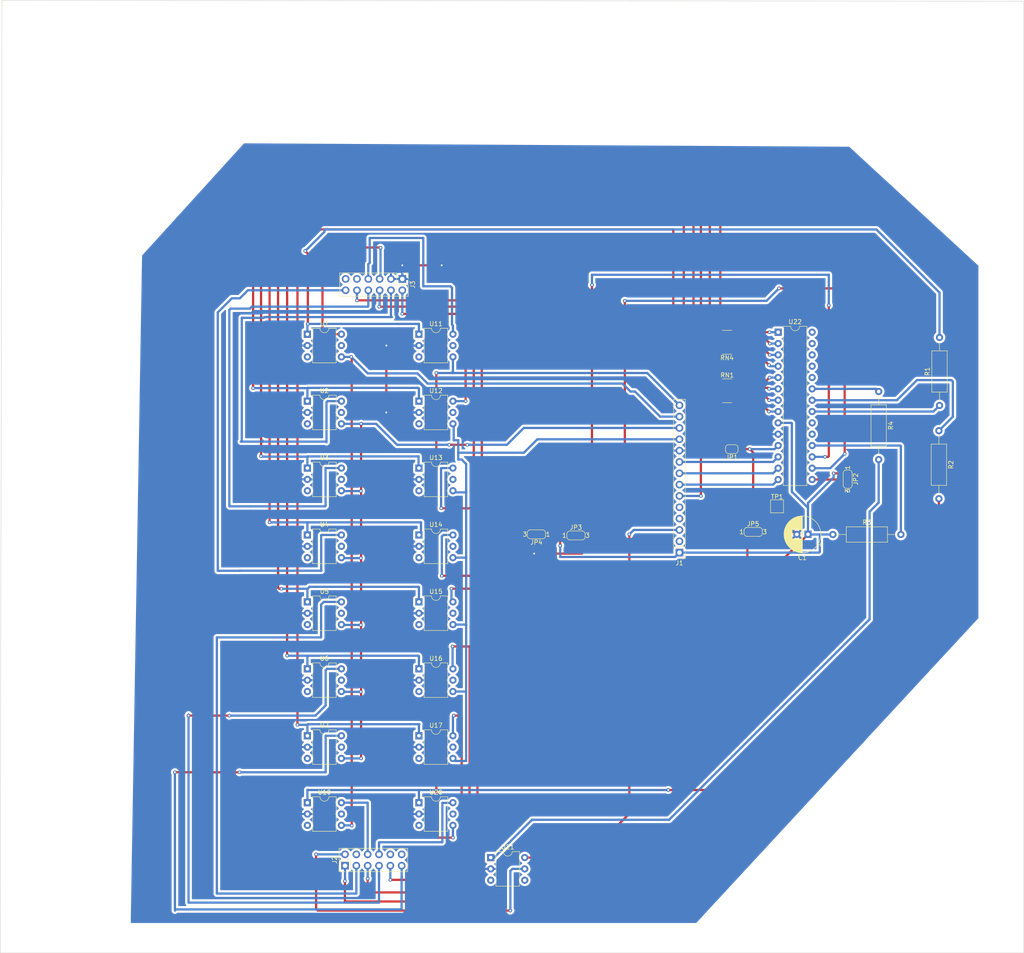
<source format=kicad_pcb>
(kicad_pcb (version 20171130) (host pcbnew "(5.1.9-0-10_14)")
  (layers (0 F.Cu signal) (31 B.Cu signal) (34 B.Paste user) (35 F.Paste user) (36 B.SilkS user) (37 F.SilkS user) (38 B.Mask user) (39 F.Mask user) (44 Edge.Cuts user))
  (net 0 "")
  (net 1 I-)
  (net 2 V-)
  (net 3 V+)
  (net 4 I+)
  (net 5 GND)
  (net 6 SCK)
  (net 7 MOSI)
  (net 8 MISO)
  (net 9 "Net-(J1-Pad6)")
  (net 10 SCL)
  (net 11 SDA)
  (net 12 V_D)
  (net 13 +3V3)
  (net 14 +5V)
  (net 15 ~CS)
  (net 16 A0)
  (net 17 A1)
  (net 18 A2)
  (net 19 "Net-(RN1-Pad6)")
  (net 20 "Net-(RN1-Pad5)")
  (net 21 "Net-(RN1-Pad8)")
  (net 22 "Net-(RN1-Pad7)")
  (net 23 /P6)
  (net 24 /P5)
  (net 25 /P2)
  (net 26 /P1)
  (net 27 /P4)
  (net 28 /P3)
  (net 29 "Net-(RN4-Pad3)")
  (net 30 "Net-(RN4-Pad2)")
  (net 31 "Net-(RN4-Pad4)")
  (net 32 "Net-(RN4-Pad1)")
  (net 33 /VT)
  (net 34 "Net-(U1-Pad3)")
  (net 35 "Net-(U1-Pad5)")
  (net 36 /TOP)
  (net 37 /V1)
  (net 38 "Net-(U2-Pad3)")
  (net 39 "Net-(U2-Pad5)")
  (net 40 /V2)
  (net 41 "Net-(U3-Pad3)")
  (net 42 "Net-(U3-Pad5)")
  (net 43 /V3)
  (net 44 "Net-(U4-Pad3)")
  (net 45 "Net-(U4-Pad5)")
  (net 46 /V4)
  (net 47 "Net-(U5-Pad3)")
  (net 48 "Net-(U5-Pad5)")
  (net 49 /V5)
  (net 50 "Net-(U6-Pad3)")
  (net 51 "Net-(U6-Pad5)")
  (net 52 /V6)
  (net 53 "Net-(U7-Pad3)")
  (net 54 "Net-(U7-Pad5)")
  (net 55 /VB)
  (net 56 "Net-(U10-Pad3)")
  (net 57 "Net-(U10-Pad5)")
  (net 58 /BOT)
  (net 59 /IT)
  (net 60 "Net-(U11-Pad3)")
  (net 61 "Net-(U11-Pad5)")
  (net 62 /I1)
  (net 63 "Net-(U12-Pad3)")
  (net 64 "Net-(U12-Pad5)")
  (net 65 /I2)
  (net 66 "Net-(U13-Pad3)")
  (net 67 "Net-(U13-Pad5)")
  (net 68 /I3)
  (net 69 "Net-(U14-Pad3)")
  (net 70 "Net-(U14-Pad5)")
  (net 71 /I4)
  (net 72 "Net-(U15-Pad3)")
  (net 73 "Net-(U15-Pad5)")
  (net 74 /I5)
  (net 75 "Net-(U16-Pad3)")
  (net 76 "Net-(U16-Pad5)")
  (net 77 /I6)
  (net 78 "Net-(U17-Pad3)")
  (net 79 "Net-(U17-Pad5)")
  (net 80 /IB)
  (net 81 "Net-(U20-Pad3)")
  (net 82 "Net-(U20-Pad5)")
  (net 83 "Net-(U21-Pad3)")
  (net 84 /RSense)
  (net 85 "Net-(U21-Pad4)")
  (net 86 /V_D_EN)
  (net 87 "Net-(U22-Pad28)")
  (net 88 "Net-(U22-Pad27)")
  (net 89 "Net-(U22-Pad26)")
  (net 90 "Net-(U22-Pad25)")
  (net 91 "Net-(U22-Pad24)")
  (net 92 "Net-(R4-Pad1)")
  (net 93 "Net-(R2-Pad1)")
  (net 94 "Net-(R1-Pad1)")
  (net 95 "Net-(U22-Pad20)")
  (net 96 "Net-(U22-Pad19)")
  (net 97 "Net-(R3-Pad2)")
  (net 98 "Net-(J2-Pad4)")
  (net 99 "Net-(J2-Pad10)")
  (net 100 "Net-(J2-Pad12)")
  (net 101 "Net-(J3-Pad11)")
  (net 102 "Net-(J3-Pad9)")
  (net 103 "Net-(RN1-Pad3)")
  (net 104 "Net-(RN1-Pad4)")
  (module Package_DIP:DIP-6_W7.62mm (layer F.Cu) (at -300 225)
    (fp_text reference U10 (at 3.81 -2.33) (layer F.SilkS))
    (fp_text value ASSR-1611)
    (pad 6 thru_hole oval (at 7.62 0) (size 1.6 1.6) (drill 0.8) (layers *.Cu *.Mask) (net 55 /VB))
    (pad 3 thru_hole oval (at 0 5.08) (size 1.6 1.6) (drill 0.8) (layers *.Cu *.Mask) (net 56 "Net-(U10-Pad3)"))
    (pad 5 thru_hole oval (at 7.62 2.54) (size 1.6 1.6) (drill 0.8) (layers *.Cu *.Mask) (net 57 "Net-(U10-Pad5)"))
    (pad 2 thru_hole oval (at 0 2.54) (size 1.6 1.6) (drill 0.8) (layers *.Cu *.Mask) (net 5 GND))
    (pad 4 thru_hole oval (at 7.62 5.08) (size 1.6 1.6) (drill 0.8) (layers *.Cu *.Mask) (net 2 V-))
    (pad 1 thru_hole rect (at 0 0) (size 1.6 1.6) (drill 0.8) (layers *.Cu *.Mask) (net 58 /BOT))
  )
  (module Package_DIP:DIP-28_W7.62mm (layer F.Cu) (at -194.49 119.55)
    (fp_text reference U22 (at 3.81 -2.33) (layer F.SilkS))
    (fp_text value MCP23S17)
    (pad 28 thru_hole oval (at 7.62 0) (size 1.6 1.6) (drill 0.8) (layers *.Cu *.Mask) (net 87 "Net-(U22-Pad28)"))
    (pad 14 thru_hole oval (at 0 33.02) (size 1.6 1.6) (drill 0.8) (layers *.Cu *.Mask) (net 8 MISO))
    (pad 27 thru_hole oval (at 7.62 2.54) (size 1.6 1.6) (drill 0.8) (layers *.Cu *.Mask) (net 88 "Net-(U22-Pad27)"))
    (pad 13 thru_hole oval (at 0 30.48) (size 1.6 1.6) (drill 0.8) (layers *.Cu *.Mask) (net 7 MOSI))
    (pad 26 thru_hole oval (at 7.62 5.08) (size 1.6 1.6) (drill 0.8) (layers *.Cu *.Mask) (net 89 "Net-(U22-Pad26)"))
    (pad 12 thru_hole oval (at 0 27.94) (size 1.6 1.6) (drill 0.8) (layers *.Cu *.Mask) (net 6 SCK))
    (pad 25 thru_hole oval (at 7.62 7.62) (size 1.6 1.6) (drill 0.8) (layers *.Cu *.Mask) (net 90 "Net-(U22-Pad25)"))
    (pad 11 thru_hole oval (at 0 25.4) (size 1.6 1.6) (drill 0.8) (layers *.Cu *.Mask) (net 15 ~CS))
    (pad 24 thru_hole oval (at 7.62 10.16) (size 1.6 1.6) (drill 0.8) (layers *.Cu *.Mask) (net 91 "Net-(U22-Pad24)"))
    (pad 10 thru_hole oval (at 0 22.86) (size 1.6 1.6) (drill 0.8) (layers *.Cu *.Mask) (net 5 GND))
    (pad 23 thru_hole oval (at 7.62 12.7) (size 1.6 1.6) (drill 0.8) (layers *.Cu *.Mask) (net 92 "Net-(R4-Pad1)"))
    (pad 9 thru_hole oval (at 0 20.32) (size 1.6 1.6) (drill 0.8) (layers *.Cu *.Mask) (net 14 +5V))
    (pad 22 thru_hole oval (at 7.62 15.24) (size 1.6 1.6) (drill 0.8) (layers *.Cu *.Mask) (net 93 "Net-(R2-Pad1)"))
    (pad 8 thru_hole oval (at 0 17.78) (size 1.6 1.6) (drill 0.8) (layers *.Cu *.Mask) (net 20 "Net-(RN1-Pad5)"))
    (pad 21 thru_hole oval (at 7.62 17.78) (size 1.6 1.6) (drill 0.8) (layers *.Cu *.Mask) (net 94 "Net-(R1-Pad1)"))
    (pad 7 thru_hole oval (at 0 15.24) (size 1.6 1.6) (drill 0.8) (layers *.Cu *.Mask) (net 19 "Net-(RN1-Pad6)"))
    (pad 20 thru_hole oval (at 7.62 20.32) (size 1.6 1.6) (drill 0.8) (layers *.Cu *.Mask) (net 95 "Net-(U22-Pad20)"))
    (pad 6 thru_hole oval (at 0 12.7) (size 1.6 1.6) (drill 0.8) (layers *.Cu *.Mask) (net 22 "Net-(RN1-Pad7)"))
    (pad 19 thru_hole oval (at 7.62 22.86) (size 1.6 1.6) (drill 0.8) (layers *.Cu *.Mask) (net 96 "Net-(U22-Pad19)"))
    (pad 5 thru_hole oval (at 0 10.16) (size 1.6 1.6) (drill 0.8) (layers *.Cu *.Mask) (net 21 "Net-(RN1-Pad8)"))
    (pad 18 thru_hole oval (at 7.62 25.4) (size 1.6 1.6) (drill 0.8) (layers *.Cu *.Mask) (net 97 "Net-(R3-Pad2)"))
    (pad 4 thru_hole oval (at 0 7.62) (size 1.6 1.6) (drill 0.8) (layers *.Cu *.Mask) (net 32 "Net-(RN4-Pad1)"))
    (pad 17 thru_hole oval (at 7.62 27.94) (size 1.6 1.6) (drill 0.8) (layers *.Cu *.Mask) (net 18 A2))
    (pad 3 thru_hole oval (at 0 5.08) (size 1.6 1.6) (drill 0.8) (layers *.Cu *.Mask) (net 30 "Net-(RN4-Pad2)"))
    (pad 16 thru_hole oval (at 7.62 30.48) (size 1.6 1.6) (drill 0.8) (layers *.Cu *.Mask) (net 17 A1))
    (pad 2 thru_hole oval (at 0 2.54) (size 1.6 1.6) (drill 0.8) (layers *.Cu *.Mask) (net 29 "Net-(RN4-Pad3)"))
    (pad 15 thru_hole oval (at 7.62 33.02) (size 1.6 1.6) (drill 0.8) (layers *.Cu *.Mask) (net 16 A0))
    (pad 1 thru_hole rect (at 0 0) (size 1.6 1.6) (drill 0.8) (layers *.Cu *.Mask) (net 31 "Net-(RN4-Pad4)"))
  )
  (module Package_DIP:DIP-6_W7.62mm (layer F.Cu) (at -258.91 237.3)
    (fp_text reference U21 (at 3.81 -2.33) (layer F.SilkS))
    (fp_text value ASSR-1611)
    (pad 6 thru_hole oval (at 7.62 0) (size 1.6 1.6) (drill 0.8) (layers *.Cu *.Mask) (net 12 V_D))
    (pad 3 thru_hole oval (at 0 5.08) (size 1.6 1.6) (drill 0.8) (layers *.Cu *.Mask) (net 83 "Net-(U21-Pad3)"))
    (pad 5 thru_hole oval (at 7.62 2.54) (size 1.6 1.6) (drill 0.8) (layers *.Cu *.Mask) (net 84 /RSense))
    (pad 2 thru_hole oval (at 0 2.54) (size 1.6 1.6) (drill 0.8) (layers *.Cu *.Mask) (net 5 GND))
    (pad 4 thru_hole oval (at 7.62 5.08) (size 1.6 1.6) (drill 0.8) (layers *.Cu *.Mask) (net 85 "Net-(U21-Pad4)"))
    (pad 1 thru_hole rect (at 0 0) (size 1.6 1.6) (drill 0.8) (layers *.Cu *.Mask) (net 86 /V_D_EN))
  )
  (module Package_DIP:DIP-6_W7.62mm (layer F.Cu) (at -275 225)
    (fp_text reference U20 (at 3.81 -2.33) (layer F.SilkS))
    (fp_text value ASSR-1611)
    (pad 6 thru_hole oval (at 7.62 0) (size 1.6 1.6) (drill 0.8) (layers *.Cu *.Mask) (net 80 /IB))
    (pad 3 thru_hole oval (at 0 5.08) (size 1.6 1.6) (drill 0.8) (layers *.Cu *.Mask) (net 81 "Net-(U20-Pad3)"))
    (pad 5 thru_hole oval (at 7.62 2.54) (size 1.6 1.6) (drill 0.8) (layers *.Cu *.Mask) (net 82 "Net-(U20-Pad5)"))
    (pad 2 thru_hole oval (at 0 2.54) (size 1.6 1.6) (drill 0.8) (layers *.Cu *.Mask) (net 5 GND))
    (pad 4 thru_hole oval (at 7.62 5.08) (size 1.6 1.6) (drill 0.8) (layers *.Cu *.Mask) (net 1 I-))
    (pad 1 thru_hole rect (at 0 0) (size 1.6 1.6) (drill 0.8) (layers *.Cu *.Mask) (net 58 /BOT))
  )
  (module Package_DIP:DIP-6_W7.62mm (layer F.Cu) (at -275 210)
    (fp_text reference U17 (at 3.81 -2.33) (layer F.SilkS))
    (fp_text value ASSR-1611)
    (pad 6 thru_hole oval (at 7.62 0) (size 1.6 1.6) (drill 0.8) (layers *.Cu *.Mask) (net 77 /I6))
    (pad 3 thru_hole oval (at 0 5.08) (size 1.6 1.6) (drill 0.8) (layers *.Cu *.Mask) (net 78 "Net-(U17-Pad3)"))
    (pad 5 thru_hole oval (at 7.62 2.54) (size 1.6 1.6) (drill 0.8) (layers *.Cu *.Mask) (net 79 "Net-(U17-Pad5)"))
    (pad 2 thru_hole oval (at 0 2.54) (size 1.6 1.6) (drill 0.8) (layers *.Cu *.Mask) (net 5 GND))
    (pad 4 thru_hole oval (at 7.62 5.08) (size 1.6 1.6) (drill 0.8) (layers *.Cu *.Mask) (net 4 I+))
    (pad 1 thru_hole rect (at 0 0) (size 1.6 1.6) (drill 0.8) (layers *.Cu *.Mask) (net 23 /P6))
  )
  (module Package_DIP:DIP-6_W7.62mm (layer F.Cu) (at -275 195)
    (fp_text reference U16 (at 3.81 -2.33) (layer F.SilkS))
    (fp_text value ASSR-1611)
    (pad 6 thru_hole oval (at 7.62 0) (size 1.6 1.6) (drill 0.8) (layers *.Cu *.Mask) (net 74 /I5))
    (pad 3 thru_hole oval (at 0 5.08) (size 1.6 1.6) (drill 0.8) (layers *.Cu *.Mask) (net 75 "Net-(U16-Pad3)"))
    (pad 5 thru_hole oval (at 7.62 2.54) (size 1.6 1.6) (drill 0.8) (layers *.Cu *.Mask) (net 76 "Net-(U16-Pad5)"))
    (pad 2 thru_hole oval (at 0 2.54) (size 1.6 1.6) (drill 0.8) (layers *.Cu *.Mask) (net 5 GND))
    (pad 4 thru_hole oval (at 7.62 5.08) (size 1.6 1.6) (drill 0.8) (layers *.Cu *.Mask) (net 4 I+))
    (pad 1 thru_hole rect (at 0 0) (size 1.6 1.6) (drill 0.8) (layers *.Cu *.Mask) (net 24 /P5))
  )
  (module Package_DIP:DIP-6_W7.62mm (layer F.Cu) (at -275 180)
    (fp_text reference U15 (at 3.81 -2.33) (layer F.SilkS))
    (fp_text value ASSR-1611)
    (pad 6 thru_hole oval (at 7.62 0) (size 1.6 1.6) (drill 0.8) (layers *.Cu *.Mask) (net 71 /I4))
    (pad 3 thru_hole oval (at 0 5.08) (size 1.6 1.6) (drill 0.8) (layers *.Cu *.Mask) (net 72 "Net-(U15-Pad3)"))
    (pad 5 thru_hole oval (at 7.62 2.54) (size 1.6 1.6) (drill 0.8) (layers *.Cu *.Mask) (net 73 "Net-(U15-Pad5)"))
    (pad 2 thru_hole oval (at 0 2.54) (size 1.6 1.6) (drill 0.8) (layers *.Cu *.Mask) (net 5 GND))
    (pad 4 thru_hole oval (at 7.62 5.08) (size 1.6 1.6) (drill 0.8) (layers *.Cu *.Mask) (net 4 I+))
    (pad 1 thru_hole rect (at 0 0) (size 1.6 1.6) (drill 0.8) (layers *.Cu *.Mask) (net 27 /P4))
  )
  (module Package_DIP:DIP-6_W7.62mm (layer F.Cu) (at -275 165)
    (fp_text reference U14 (at 3.81 -2.33) (layer F.SilkS))
    (fp_text value ASSR-1611)
    (pad 6 thru_hole oval (at 7.62 0) (size 1.6 1.6) (drill 0.8) (layers *.Cu *.Mask) (net 68 /I3))
    (pad 3 thru_hole oval (at 0 5.08) (size 1.6 1.6) (drill 0.8) (layers *.Cu *.Mask) (net 69 "Net-(U14-Pad3)"))
    (pad 5 thru_hole oval (at 7.62 2.54) (size 1.6 1.6) (drill 0.8) (layers *.Cu *.Mask) (net 70 "Net-(U14-Pad5)"))
    (pad 2 thru_hole oval (at 0 2.54) (size 1.6 1.6) (drill 0.8) (layers *.Cu *.Mask) (net 5 GND))
    (pad 4 thru_hole oval (at 7.62 5.08) (size 1.6 1.6) (drill 0.8) (layers *.Cu *.Mask) (net 4 I+))
    (pad 1 thru_hole rect (at 0 0) (size 1.6 1.6) (drill 0.8) (layers *.Cu *.Mask) (net 28 /P3))
  )
  (module Package_DIP:DIP-6_W7.62mm (layer F.Cu) (at -275 150)
    (fp_text reference U13 (at 3.81 -2.33) (layer F.SilkS))
    (fp_text value ASSR-1611)
    (pad 6 thru_hole oval (at 7.62 0) (size 1.6 1.6) (drill 0.8) (layers *.Cu *.Mask) (net 65 /I2))
    (pad 3 thru_hole oval (at 0 5.08) (size 1.6 1.6) (drill 0.8) (layers *.Cu *.Mask) (net 66 "Net-(U13-Pad3)"))
    (pad 5 thru_hole oval (at 7.62 2.54) (size 1.6 1.6) (drill 0.8) (layers *.Cu *.Mask) (net 67 "Net-(U13-Pad5)"))
    (pad 2 thru_hole oval (at 0 2.54) (size 1.6 1.6) (drill 0.8) (layers *.Cu *.Mask) (net 5 GND))
    (pad 4 thru_hole oval (at 7.62 5.08) (size 1.6 1.6) (drill 0.8) (layers *.Cu *.Mask) (net 4 I+))
    (pad 1 thru_hole rect (at 0 0) (size 1.6 1.6) (drill 0.8) (layers *.Cu *.Mask) (net 25 /P2))
  )
  (module Package_DIP:DIP-6_W7.62mm (layer F.Cu) (at -275 135)
    (fp_text reference U12 (at 3.81 -2.33) (layer F.SilkS))
    (fp_text value ASSR-1611)
    (pad 6 thru_hole oval (at 7.62 0) (size 1.6 1.6) (drill 0.8) (layers *.Cu *.Mask) (net 62 /I1))
    (pad 3 thru_hole oval (at 0 5.08) (size 1.6 1.6) (drill 0.8) (layers *.Cu *.Mask) (net 63 "Net-(U12-Pad3)"))
    (pad 5 thru_hole oval (at 7.62 2.54) (size 1.6 1.6) (drill 0.8) (layers *.Cu *.Mask) (net 64 "Net-(U12-Pad5)"))
    (pad 2 thru_hole oval (at 0 2.54) (size 1.6 1.6) (drill 0.8) (layers *.Cu *.Mask) (net 5 GND))
    (pad 4 thru_hole oval (at 7.62 5.08) (size 1.6 1.6) (drill 0.8) (layers *.Cu *.Mask) (net 4 I+))
    (pad 1 thru_hole rect (at 0 0) (size 1.6 1.6) (drill 0.8) (layers *.Cu *.Mask) (net 26 /P1))
  )
  (module Package_DIP:DIP-6_W7.62mm (layer F.Cu) (at -275 120)
    (fp_text reference U11 (at 3.81 -2.33) (layer F.SilkS))
    (fp_text value ASSR-1611)
    (pad 6 thru_hole oval (at 7.62 0) (size 1.6 1.6) (drill 0.8) (layers *.Cu *.Mask) (net 59 /IT))
    (pad 3 thru_hole oval (at 0 5.08) (size 1.6 1.6) (drill 0.8) (layers *.Cu *.Mask) (net 60 "Net-(U11-Pad3)"))
    (pad 5 thru_hole oval (at 7.62 2.54) (size 1.6 1.6) (drill 0.8) (layers *.Cu *.Mask) (net 61 "Net-(U11-Pad5)"))
    (pad 2 thru_hole oval (at 0 2.54) (size 1.6 1.6) (drill 0.8) (layers *.Cu *.Mask) (net 5 GND))
    (pad 4 thru_hole oval (at 7.62 5.08) (size 1.6 1.6) (drill 0.8) (layers *.Cu *.Mask) (net 1 I-))
    (pad 1 thru_hole rect (at 0 0) (size 1.6 1.6) (drill 0.8) (layers *.Cu *.Mask) (net 36 /TOP))
  )
  (module Package_DIP:DIP-6_W7.62mm (layer F.Cu) (at -300 210)
    (fp_text reference U7 (at 3.81 -2.33) (layer F.SilkS))
    (fp_text value ASSR-1611)
    (pad 6 thru_hole oval (at 7.62 0) (size 1.6 1.6) (drill 0.8) (layers *.Cu *.Mask) (net 52 /V6))
    (pad 3 thru_hole oval (at 0 5.08) (size 1.6 1.6) (drill 0.8) (layers *.Cu *.Mask) (net 53 "Net-(U7-Pad3)"))
    (pad 5 thru_hole oval (at 7.62 2.54) (size 1.6 1.6) (drill 0.8) (layers *.Cu *.Mask) (net 54 "Net-(U7-Pad5)"))
    (pad 2 thru_hole oval (at 0 2.54) (size 1.6 1.6) (drill 0.8) (layers *.Cu *.Mask) (net 5 GND))
    (pad 4 thru_hole oval (at 7.62 5.08) (size 1.6 1.6) (drill 0.8) (layers *.Cu *.Mask) (net 3 V+))
    (pad 1 thru_hole rect (at 0 0) (size 1.6 1.6) (drill 0.8) (layers *.Cu *.Mask) (net 23 /P6))
  )
  (module Package_DIP:DIP-6_W7.62mm (layer F.Cu) (at -300 195)
    (fp_text reference U6 (at 3.81 -2.33) (layer F.SilkS))
    (fp_text value ASSR-1611)
    (pad 6 thru_hole oval (at 7.62 0) (size 1.6 1.6) (drill 0.8) (layers *.Cu *.Mask) (net 49 /V5))
    (pad 3 thru_hole oval (at 0 5.08) (size 1.6 1.6) (drill 0.8) (layers *.Cu *.Mask) (net 50 "Net-(U6-Pad3)"))
    (pad 5 thru_hole oval (at 7.62 2.54) (size 1.6 1.6) (drill 0.8) (layers *.Cu *.Mask) (net 51 "Net-(U6-Pad5)"))
    (pad 2 thru_hole oval (at 0 2.54) (size 1.6 1.6) (drill 0.8) (layers *.Cu *.Mask) (net 5 GND))
    (pad 4 thru_hole oval (at 7.62 5.08) (size 1.6 1.6) (drill 0.8) (layers *.Cu *.Mask) (net 3 V+))
    (pad 1 thru_hole rect (at 0 0) (size 1.6 1.6) (drill 0.8) (layers *.Cu *.Mask) (net 24 /P5))
  )
  (module Package_DIP:DIP-6_W7.62mm (layer F.Cu) (at -300 180)
    (fp_text reference U5 (at 3.81 -2.33) (layer F.SilkS))
    (fp_text value ASSR-1611)
    (pad 6 thru_hole oval (at 7.62 0) (size 1.6 1.6) (drill 0.8) (layers *.Cu *.Mask) (net 46 /V4))
    (pad 3 thru_hole oval (at 0 5.08) (size 1.6 1.6) (drill 0.8) (layers *.Cu *.Mask) (net 47 "Net-(U5-Pad3)"))
    (pad 5 thru_hole oval (at 7.62 2.54) (size 1.6 1.6) (drill 0.8) (layers *.Cu *.Mask) (net 48 "Net-(U5-Pad5)"))
    (pad 2 thru_hole oval (at 0 2.54) (size 1.6 1.6) (drill 0.8) (layers *.Cu *.Mask) (net 5 GND))
    (pad 4 thru_hole oval (at 7.62 5.08) (size 1.6 1.6) (drill 0.8) (layers *.Cu *.Mask) (net 3 V+))
    (pad 1 thru_hole rect (at 0 0) (size 1.6 1.6) (drill 0.8) (layers *.Cu *.Mask) (net 27 /P4))
  )
  (module Package_DIP:DIP-6_W7.62mm (layer F.Cu) (at -300 165)
    (fp_text reference U4 (at 3.81 -2.33) (layer F.SilkS))
    (fp_text value ASSR-1611)
    (pad 6 thru_hole oval (at 7.62 0) (size 1.6 1.6) (drill 0.8) (layers *.Cu *.Mask) (net 43 /V3))
    (pad 3 thru_hole oval (at 0 5.08) (size 1.6 1.6) (drill 0.8) (layers *.Cu *.Mask) (net 44 "Net-(U4-Pad3)"))
    (pad 5 thru_hole oval (at 7.62 2.54) (size 1.6 1.6) (drill 0.8) (layers *.Cu *.Mask) (net 45 "Net-(U4-Pad5)"))
    (pad 2 thru_hole oval (at 0 2.54) (size 1.6 1.6) (drill 0.8) (layers *.Cu *.Mask) (net 5 GND))
    (pad 4 thru_hole oval (at 7.62 5.08) (size 1.6 1.6) (drill 0.8) (layers *.Cu *.Mask) (net 3 V+))
    (pad 1 thru_hole rect (at 0 0) (size 1.6 1.6) (drill 0.8) (layers *.Cu *.Mask) (net 28 /P3))
  )
  (module Package_DIP:DIP-6_W7.62mm (layer F.Cu) (at -300 150)
    (fp_text reference U3 (at 3.81 -2.33) (layer F.SilkS))
    (fp_text value ASSR-1611)
    (pad 6 thru_hole oval (at 7.62 0) (size 1.6 1.6) (drill 0.8) (layers *.Cu *.Mask) (net 40 /V2))
    (pad 3 thru_hole oval (at 0 5.08) (size 1.6 1.6) (drill 0.8) (layers *.Cu *.Mask) (net 41 "Net-(U3-Pad3)"))
    (pad 5 thru_hole oval (at 7.62 2.54) (size 1.6 1.6) (drill 0.8) (layers *.Cu *.Mask) (net 42 "Net-(U3-Pad5)"))
    (pad 2 thru_hole oval (at 0 2.54) (size 1.6 1.6) (drill 0.8) (layers *.Cu *.Mask) (net 5 GND))
    (pad 4 thru_hole oval (at 7.62 5.08) (size 1.6 1.6) (drill 0.8) (layers *.Cu *.Mask) (net 3 V+))
    (pad 1 thru_hole rect (at 0 0) (size 1.6 1.6) (drill 0.8) (layers *.Cu *.Mask) (net 25 /P2))
  )
  (module Package_DIP:DIP-6_W7.62mm (layer F.Cu) (at -300 135)
    (fp_text reference U2 (at 3.81 -2.33) (layer F.SilkS))
    (fp_text value ASSR-1611)
    (pad 6 thru_hole oval (at 7.62 0) (size 1.6 1.6) (drill 0.8) (layers *.Cu *.Mask) (net 37 /V1))
    (pad 3 thru_hole oval (at 0 5.08) (size 1.6 1.6) (drill 0.8) (layers *.Cu *.Mask) (net 38 "Net-(U2-Pad3)"))
    (pad 5 thru_hole oval (at 7.62 2.54) (size 1.6 1.6) (drill 0.8) (layers *.Cu *.Mask) (net 39 "Net-(U2-Pad5)"))
    (pad 2 thru_hole oval (at 0 2.54) (size 1.6 1.6) (drill 0.8) (layers *.Cu *.Mask) (net 5 GND))
    (pad 4 thru_hole oval (at 7.62 5.08) (size 1.6 1.6) (drill 0.8) (layers *.Cu *.Mask) (net 3 V+))
    (pad 1 thru_hole rect (at 0 0) (size 1.6 1.6) (drill 0.8) (layers *.Cu *.Mask) (net 26 /P1))
  )
  (module Package_DIP:DIP-6_W7.62mm (layer F.Cu) (at -300 120)
    (fp_text reference U1 (at 3.81 -2.33) (layer F.SilkS))
    (fp_text value ASSR-1611)
    (pad 6 thru_hole oval (at 7.62 0) (size 1.6 1.6) (drill 0.8) (layers *.Cu *.Mask) (net 33 /VT))
    (pad 3 thru_hole oval (at 0 5.08) (size 1.6 1.6) (drill 0.8) (layers *.Cu *.Mask) (net 34 "Net-(U1-Pad3)"))
    (pad 5 thru_hole oval (at 7.62 2.54) (size 1.6 1.6) (drill 0.8) (layers *.Cu *.Mask) (net 35 "Net-(U1-Pad5)"))
    (pad 2 thru_hole oval (at 0 2.54) (size 1.6 1.6) (drill 0.8) (layers *.Cu *.Mask) (net 5 GND))
    (pad 4 thru_hole oval (at 7.62 5.08) (size 1.6 1.6) (drill 0.8) (layers *.Cu *.Mask) (net 2 V-))
    (pad 1 thru_hole rect (at 0 0) (size 1.6 1.6) (drill 0.8) (layers *.Cu *.Mask) (net 36 /TOP))
  )
  (module TestPoint:TestPoint_Pad_2.5x2.5mm (layer F.Cu) (at -194.74 158.58)
    (fp_text reference TP1 (at 0 -2.148) (layer F.SilkS))
    (fp_text value Test_Point)
    (pad 1 smd rect (at 0 0) (size 2.5 2.5) (layers F.Cu F.Mask) (net 5 GND))
  )
  (module Resistor_SMD:R_Array_Convex_4x1206 (layer F.Cu) (at -205.95 121.8 180)
    (fp_text reference RN4 (at 0 -3.5 180) (layer F.SilkS))
    (fp_text value 330R)
    (pad 6 smd rect (at 1.5 0.66 180) (size 0.9 0.9) (layers F.Cu F.Paste F.Mask) (net 25 /P2))
    (pad 5 smd rect (at 1.5 2 180) (size 0.9 0.9) (layers F.Cu F.Paste F.Mask) (net 26 /P1))
    (pad 8 smd rect (at 1.5 -2 180) (size 0.9 0.9) (layers F.Cu F.Paste F.Mask) (net 27 /P4))
    (pad 7 smd rect (at 1.5 -0.66 180) (size 0.9 0.9) (layers F.Cu F.Paste F.Mask) (net 28 /P3))
    (pad 3 smd rect (at -1.5 0.66 180) (size 0.9 0.9) (layers F.Cu F.Paste F.Mask) (net 29 "Net-(RN4-Pad3)"))
    (pad 2 smd rect (at -1.5 -0.66 180) (size 0.9 0.9) (layers F.Cu F.Paste F.Mask) (net 30 "Net-(RN4-Pad2)"))
    (pad 4 smd rect (at -1.5 2 180) (size 0.9 0.9) (layers F.Cu F.Paste F.Mask) (net 31 "Net-(RN4-Pad4)"))
    (pad 1 smd rect (at -1.5 -2 180) (size 0.9 0.9) (layers F.Cu F.Paste F.Mask) (net 32 "Net-(RN4-Pad1)"))
  )
  (module Resistor_SMD:R_Array_Convex_4x1206 (layer F.Cu) (at -205.91 132.68)
    (fp_text reference RN1 (at 0 -3.5) (layer F.SilkS))
    (fp_text value 330R)
    (pad 6 smd rect (at 1.5 0.66) (size 0.9 0.9) (layers F.Cu F.Paste F.Mask) (net 19 "Net-(RN1-Pad6)"))
    (pad 5 smd rect (at 1.5 2) (size 0.9 0.9) (layers F.Cu F.Paste F.Mask) (net 20 "Net-(RN1-Pad5)"))
    (pad 8 smd rect (at 1.5 -2) (size 0.9 0.9) (layers F.Cu F.Paste F.Mask) (net 21 "Net-(RN1-Pad8)"))
    (pad 7 smd rect (at 1.5 -0.66) (size 0.9 0.9) (layers F.Cu F.Paste F.Mask) (net 22 "Net-(RN1-Pad7)"))
    (pad 3 smd rect (at -1.5 0.66) (size 0.9 0.9) (layers F.Cu F.Paste F.Mask) (net 103 "Net-(RN1-Pad3)"))
    (pad 2 smd rect (at -1.5 -0.66) (size 0.9 0.9) (layers F.Cu F.Paste F.Mask) (net 23 /P6))
    (pad 4 smd rect (at -1.5 2) (size 0.9 0.9) (layers F.Cu F.Paste F.Mask) (net 104 "Net-(RN1-Pad4)"))
    (pad 1 smd rect (at -1.5 -2) (size 0.9 0.9) (layers F.Cu F.Paste F.Mask) (net 24 /P5))
  )
  (module Resistor_THT:R_Axial_DIN0309_L9.0mm_D3.2mm_P15.24mm_Horizontal (layer F.Cu) (at -171.958 132.842 270)
    (fp_text reference R4 (at 7.62 -2.72 90) (layer F.SilkS))
    (fp_text value 680R)
    (pad 2 thru_hole oval (at 15.24 0 270) (size 1.6 1.6) (drill 0.8) (layers *.Cu *.Mask) (net 86 /V_D_EN))
    (pad 1 thru_hole circle (at 0 0 270) (size 1.6 1.6) (drill 0.8) (layers *.Cu *.Mask) (net 92 "Net-(R4-Pad1)"))
  )
  (module Resistor_THT:R_Axial_DIN0309_L9.0mm_D3.2mm_P15.24mm_Horizontal (layer F.Cu) (at -182.22 164.89)
    (fp_text reference R3 (at 7.62 -2.72) (layer F.SilkS))
    (fp_text value 10K)
    (pad 2 thru_hole oval (at 15.24 0) (size 1.6 1.6) (drill 0.8) (layers *.Cu *.Mask) (net 97 "Net-(R3-Pad2)"))
    (pad 1 thru_hole circle (at 0 0) (size 1.6 1.6) (drill 0.8) (layers *.Cu *.Mask) (net 14 +5V))
  )
  (module Resistor_THT:R_Axial_DIN0309_L9.0mm_D3.2mm_P15.24mm_Horizontal (layer F.Cu) (at -158.46 141.63 270)
    (fp_text reference R2 (at 7.62 -2.72 90) (layer F.SilkS))
    (fp_text value 330R)
    (pad 2 thru_hole oval (at 15.24 0 270) (size 1.6 1.6) (drill 0.8) (layers *.Cu *.Mask) (net 58 /BOT))
    (pad 1 thru_hole circle (at 0 0 270) (size 1.6 1.6) (drill 0.8) (layers *.Cu *.Mask) (net 93 "Net-(R2-Pad1)"))
  )
  (module Resistor_THT:R_Axial_DIN0309_L9.0mm_D3.2mm_P15.24mm_Horizontal (layer F.Cu) (at -158.32 135.97 90)
    (fp_text reference R1 (at 7.62 -2.72 90) (layer F.SilkS))
    (fp_text value 330R)
    (pad 2 thru_hole oval (at 15.24 0 90) (size 1.6 1.6) (drill 0.8) (layers *.Cu *.Mask) (net 36 /TOP))
    (pad 1 thru_hole circle (at 0 0 90) (size 1.6 1.6) (drill 0.8) (layers *.Cu *.Mask) (net 94 "Net-(R1-Pad1)"))
  )
  (module Jumper:SolderJumper-3_P1.3mm_Open_RoundedPad1.0x1.5mm_NumberLabels (layer F.Cu) (at -200.09 164.31)
    (fp_text reference JP5 (at 0 -1.8) (layer F.SilkS))
    (fp_text value Jumper_NC_Dual)
    (fp_text user 1 (at -2.6 0) (layer F.SilkS))
    (fp_text user 3 (at 2.6 0) (layer F.SilkS))
    (pad 2 smd rect (at 0 0) (size 1 1.5) (layers F.Cu F.Mask) (net 15 ~CS))
    (pad 3 smd custom (at 1.3 0) (size 1 0.5) (layers F.Cu F.Mask) (net 5 GND) (options (clearance outline) (anchor rect)) (primitives (gr_circle (center 0 0.25) (end 0.5 0.25) (width 0)) (gr_circle (center 0 -0.25) (end 0.5 -0.25) (width 0)) (gr_poly (pts (xy -0.55 -0.75) (xy 0 -0.75) (xy 0 0.75) (xy -0.55 0.75)) (width 0))))
    (pad 1 smd custom (at -1.3 0) (size 1 0.5) (layers F.Cu F.Mask) (net 14 +5V) (options (clearance outline) (anchor rect)) (primitives (gr_circle (center 0 0.25) (end 0.5 0.25) (width 0)) (gr_circle (center 0 -0.25) (end 0.5 -0.25) (width 0)) (gr_poly (pts (xy 0.55 -0.75) (xy 0 -0.75) (xy 0 0.75) (xy 0.55 0.75)) (width 0))))
  )
  (module Jumper:SolderJumper-3_P1.3mm_Open_RoundedPad1.0x1.5mm_NumberLabels (layer F.Cu) (at -248.666 164.846 180)
    (fp_text reference JP4 (at 0 -1.8) (layer F.SilkS))
    (fp_text value Jumper_NC_Dual)
    (fp_text user 1 (at -2.6 0) (layer F.SilkS))
    (fp_text user 3 (at 2.6 0) (layer F.SilkS))
    (pad 2 smd rect (at 0 0 180) (size 1 1.5) (layers F.Cu F.Mask) (net 18 A2))
    (pad 3 smd custom (at 1.3 0 180) (size 1 0.5) (layers F.Cu F.Mask) (net 5 GND) (options (clearance outline) (anchor rect)) (primitives (gr_circle (center 0 0.25) (end 0.5 0.25) (width 0)) (gr_circle (center 0 -0.25) (end 0.5 -0.25) (width 0)) (gr_poly (pts (xy -0.55 -0.75) (xy 0 -0.75) (xy 0 0.75) (xy -0.55 0.75)) (width 0))))
    (pad 1 smd custom (at -1.3 0 180) (size 1 0.5) (layers F.Cu F.Mask) (net 14 +5V) (options (clearance outline) (anchor rect)) (primitives (gr_circle (center 0 0.25) (end 0.5 0.25) (width 0)) (gr_circle (center 0 -0.25) (end 0.5 -0.25) (width 0)) (gr_poly (pts (xy 0.55 -0.75) (xy 0 -0.75) (xy 0 0.75) (xy 0.55 0.75)) (width 0))))
  )
  (module Jumper:SolderJumper-3_P1.3mm_Open_RoundedPad1.0x1.5mm_NumberLabels (layer F.Cu) (at -239.806 165.1)
    (fp_text reference JP3 (at 0 -1.8) (layer F.SilkS))
    (fp_text value Jumper_NC_Dual)
    (fp_text user 1 (at -2.6 0) (layer F.SilkS))
    (fp_text user 3 (at 2.6 0) (layer F.SilkS))
    (pad 2 smd rect (at 0 0) (size 1 1.5) (layers F.Cu F.Mask) (net 17 A1))
    (pad 3 smd custom (at 1.3 0) (size 1 0.5) (layers F.Cu F.Mask) (net 5 GND) (options (clearance outline) (anchor rect)) (primitives (gr_circle (center 0 0.25) (end 0.5 0.25) (width 0)) (gr_circle (center 0 -0.25) (end 0.5 -0.25) (width 0)) (gr_poly (pts (xy -0.55 -0.75) (xy 0 -0.75) (xy 0 0.75) (xy -0.55 0.75)) (width 0))))
    (pad 1 smd custom (at -1.3 0) (size 1 0.5) (layers F.Cu F.Mask) (net 14 +5V) (options (clearance outline) (anchor rect)) (primitives (gr_circle (center 0 0.25) (end 0.5 0.25) (width 0)) (gr_circle (center 0 -0.25) (end 0.5 -0.25) (width 0)) (gr_poly (pts (xy 0.55 -0.75) (xy 0 -0.75) (xy 0 0.75) (xy 0.55 0.75)) (width 0))))
  )
  (module Jumper:SolderJumper-3_P1.3mm_Open_RoundedPad1.0x1.5mm_NumberLabels (layer F.Cu) (at -178.91 152.49 270)
    (fp_text reference JP2 (at 0 -1.8 90) (layer F.SilkS))
    (fp_text value Jumper_NC_Dual)
    (fp_text user 1 (at -2.6 0 90) (layer F.SilkS))
    (fp_text user 3 (at 2.6 0 90) (layer F.SilkS))
    (pad 2 smd rect (at 0 0 270) (size 1 1.5) (layers F.Cu F.Mask) (net 16 A0))
    (pad 3 smd custom (at 1.3 0 270) (size 1 0.5) (layers F.Cu F.Mask) (net 5 GND) (options (clearance outline) (anchor rect)) (primitives (gr_circle (center 0 0.25) (end 0.5 0.25) (width 0)) (gr_circle (center 0 -0.25) (end 0.5 -0.25) (width 0)) (gr_poly (pts (xy -0.55 -0.75) (xy 0 -0.75) (xy 0 0.75) (xy -0.55 0.75)) (width 0))))
    (pad 1 smd custom (at -1.3 0 270) (size 1 0.5) (layers F.Cu F.Mask) (net 14 +5V) (options (clearance outline) (anchor rect)) (primitives (gr_circle (center 0 0.25) (end 0.5 0.25) (width 0)) (gr_circle (center 0 -0.25) (end 0.5 -0.25) (width 0)) (gr_poly (pts (xy 0.55 -0.75) (xy 0 -0.75) (xy 0 0.75) (xy 0.55 0.75)) (width 0))))
  )
  (module Jumper:SolderJumper-2_P1.3mm_Open_RoundedPad1.0x1.5mm (layer F.Cu) (at -204.88 145.76 180)
    (fp_text reference JP1 (at 0 -1.8) (layer F.SilkS))
    (fp_text value Jumper_NC_Small)
    (pad 2 smd custom (at 0.65 0 180) (size 1 0.5) (layers F.Cu F.Mask) (net 9 "Net-(J1-Pad6)") (options (clearance outline) (anchor rect)) (primitives (gr_circle (center 0 0.25) (end 0.5 0.25) (width 0)) (gr_circle (center 0 -0.25) (end 0.5 -0.25) (width 0)) (gr_poly (pts (xy 0 -0.75) (xy -0.5 -0.75) (xy -0.5 0.75) (xy 0 0.75)) (width 0))))
    (pad 1 smd custom (at -0.65 0 180) (size 1 0.5) (layers F.Cu F.Mask) (net 15 ~CS) (options (clearance outline) (anchor rect)) (primitives (gr_circle (center 0 0.25) (end 0.5 0.25) (width 0)) (gr_circle (center 0 -0.25) (end 0.5 -0.25) (width 0)) (gr_poly (pts (xy 0 -0.75) (xy 0.5 -0.75) (xy 0.5 0.75) (xy 0 0.75)) (width 0))))
  )
  (module Connector_PinHeader_2.54mm:PinHeader_2x06_P2.54mm_Vertical (layer F.Cu) (at -278.73 107.61 270)
    (fp_text reference J3 (at 1.27 -2.33 90) (layer F.SilkS))
    (fp_text value Conn_02x06_Odd_Even)
    (pad 12 thru_hole oval (at 2.54 12.7 270) (size 1.7 1.7) (drill 1) (layers *.Cu *.Mask) (net 43 /V3))
    (pad 11 thru_hole oval (at 0 12.7 270) (size 1.7 1.7) (drill 1) (layers *.Cu *.Mask) (net 101 "Net-(J3-Pad11)"))
    (pad 10 thru_hole oval (at 2.54 10.16 270) (size 1.7 1.7) (drill 1) (layers *.Cu *.Mask) (net 68 /I3))
    (pad 9 thru_hole oval (at 0 10.16 270) (size 1.7 1.7) (drill 1) (layers *.Cu *.Mask) (net 102 "Net-(J3-Pad9)"))
    (pad 8 thru_hole oval (at 2.54 7.62 270) (size 1.7 1.7) (drill 1) (layers *.Cu *.Mask) (net 40 /V2))
    (pad 7 thru_hole oval (at 0 7.62 270) (size 1.7 1.7) (drill 1) (layers *.Cu *.Mask) (net 59 /IT))
    (pad 6 thru_hole oval (at 2.54 5.08 270) (size 1.7 1.7) (drill 1) (layers *.Cu *.Mask) (net 65 /I2))
    (pad 5 thru_hole oval (at 0 5.08 270) (size 1.7 1.7) (drill 1) (layers *.Cu *.Mask) (net 33 /VT))
    (pad 4 thru_hole oval (at 2.54 2.54 270) (size 1.7 1.7) (drill 1) (layers *.Cu *.Mask) (net 37 /V1))
    (pad 3 thru_hole oval (at 0 2.54 270) (size 1.7 1.7) (drill 1) (layers *.Cu *.Mask) (net 5 GND))
    (pad 2 thru_hole oval (at 2.54 0 270) (size 1.7 1.7) (drill 1) (layers *.Cu *.Mask) (net 62 /I1))
    (pad 1 thru_hole rect (at 0 0 270) (size 1.7 1.7) (drill 1) (layers *.Cu *.Mask) (net 5 GND))
  )
  (module Connector_PinHeader_2.54mm:PinHeader_2x06_P2.54mm_Vertical (layer F.Cu) (at -291.57 239.12 90)
    (fp_text reference J2 (at 1.27 -2.33 90) (layer F.SilkS))
    (fp_text value Conn_02x06_Odd_Even)
    (pad 12 thru_hole oval (at 2.54 12.7 90) (size 1.7 1.7) (drill 1) (layers *.Cu *.Mask) (net 100 "Net-(J2-Pad12)"))
    (pad 11 thru_hole oval (at 0 12.7 90) (size 1.7 1.7) (drill 1) (layers *.Cu *.Mask) (net 52 /V6))
    (pad 10 thru_hole oval (at 2.54 10.16 90) (size 1.7 1.7) (drill 1) (layers *.Cu *.Mask) (net 99 "Net-(J2-Pad10)"))
    (pad 9 thru_hole oval (at 0 10.16 90) (size 1.7 1.7) (drill 1) (layers *.Cu *.Mask) (net 77 /I6))
    (pad 8 thru_hole oval (at 2.54 7.62 90) (size 1.7 1.7) (drill 1) (layers *.Cu *.Mask) (net 80 /IB))
    (pad 7 thru_hole oval (at 0 7.62 90) (size 1.7 1.7) (drill 1) (layers *.Cu *.Mask) (net 49 /V5))
    (pad 6 thru_hole oval (at 2.54 5.08 90) (size 1.7 1.7) (drill 1) (layers *.Cu *.Mask) (net 55 /VB))
    (pad 5 thru_hole oval (at 0 5.08 90) (size 1.7 1.7) (drill 1) (layers *.Cu *.Mask) (net 74 /I5))
    (pad 4 thru_hole oval (at 2.54 2.54 90) (size 1.7 1.7) (drill 1) (layers *.Cu *.Mask) (net 98 "Net-(J2-Pad4)"))
    (pad 3 thru_hole oval (at 0 2.54 90) (size 1.7 1.7) (drill 1) (layers *.Cu *.Mask) (net 46 /V4))
    (pad 2 thru_hole oval (at 2.54 0 90) (size 1.7 1.7) (drill 1) (layers *.Cu *.Mask) (net 84 /RSense))
    (pad 1 thru_hole rect (at 0 0 90) (size 1.7 1.7) (drill 1) (layers *.Cu *.Mask) (net 71 /I4))
  )
  (module Connector_PinHeader_2.54mm:PinHeader_1x14_P2.54mm_Vertical (layer F.Cu) (at -216.61 168.95 180)
    (fp_text reference J1 (at 0 -2.33) (layer F.SilkS))
    (fp_text value Conn_01x14)
    (pad 14 thru_hole oval (at 0 33.02 180) (size 1.7 1.7) (drill 1) (layers *.Cu *.Mask) (net 1 I-))
    (pad 13 thru_hole oval (at 0 30.48 180) (size 1.7 1.7) (drill 1) (layers *.Cu *.Mask) (net 2 V-))
    (pad 12 thru_hole oval (at 0 27.94 180) (size 1.7 1.7) (drill 1) (layers *.Cu *.Mask) (net 3 V+))
    (pad 11 thru_hole oval (at 0 25.4 180) (size 1.7 1.7) (drill 1) (layers *.Cu *.Mask) (net 4 I+))
    (pad 10 thru_hole oval (at 0 22.86 180) (size 1.7 1.7) (drill 1) (layers *.Cu *.Mask) (net 5 GND))
    (pad 9 thru_hole oval (at 0 20.32 180) (size 1.7 1.7) (drill 1) (layers *.Cu *.Mask) (net 6 SCK))
    (pad 8 thru_hole oval (at 0 17.78 180) (size 1.7 1.7) (drill 1) (layers *.Cu *.Mask) (net 7 MOSI))
    (pad 7 thru_hole oval (at 0 15.24 180) (size 1.7 1.7) (drill 1) (layers *.Cu *.Mask) (net 8 MISO))
    (pad 6 thru_hole oval (at 0 12.7 180) (size 1.7 1.7) (drill 1) (layers *.Cu *.Mask) (net 9 "Net-(J1-Pad6)"))
    (pad 5 thru_hole oval (at 0 10.16 180) (size 1.7 1.7) (drill 1) (layers *.Cu *.Mask) (net 10 SCL))
    (pad 4 thru_hole oval (at 0 7.62 180) (size 1.7 1.7) (drill 1) (layers *.Cu *.Mask) (net 11 SDA))
    (pad 3 thru_hole oval (at 0 5.08 180) (size 1.7 1.7) (drill 1) (layers *.Cu *.Mask) (net 12 V_D))
    (pad 2 thru_hole oval (at 0 2.54 180) (size 1.7 1.7) (drill 1) (layers *.Cu *.Mask) (net 13 +3V3))
    (pad 1 thru_hole rect (at 0 0 180) (size 1.7 1.7) (drill 1) (layers *.Cu *.Mask) (net 14 +5V))
  )
  (module Capacitor_THT:CP_Radial_D8.0mm_P2.50mm (layer F.Cu) (at -187.8 164.85 180)
    (fp_text reference C1 (at 1.25 -5.25) (layer F.SilkS))
    (fp_text value 0.1uF)
    (pad 2 thru_hole circle (at 2.5 0 180) (size 1.6 1.6) (drill 0.8) (layers *.Cu *.Mask) (net 5 GND))
    (pad 1 thru_hole rect (at 0 0 180) (size 1.6 1.6) (drill 0.8) (layers *.Cu *.Mask) (net 14 +5V))
  )
  (gr_line (start -368.85 258.67) (end -368.46 45.14) (layer Edge.Cuts) (width 0.1))
  (gr_line (start -139.42 258.67) (end -368.85 258.67) (layer Edge.Cuts) (width 0.1))
  (gr_line (start -139.42 45.36) (end -139.42 258.67) (layer Edge.Cuts) (width 0.1))
  (gr_line (start -368.44 45.18) (end -139.42 45.36) (layer Edge.Cuts) (width 0.1))
  (segment (start -267.38 125.08) (end -267.38 128.696) (width 0.5) (layer B.Cu) (net 1))
  (segment (start -267.38 128.696) (end -267.552 128.524) (width 0.5) (layer B.Cu) (net 1))
  (segment (start -267.38 128.696) (end -271.1 128.696) (width 0.5) (layer B.Cu) (net 1))
  (segment (start -271.1 128.696) (end -271.1 128.696) (width 0.5) (layer B.Cu) (net 1))
  (via (at -271.1 128.696) (size 0.8) (drill 0.4) (layers F.Cu B.Cu) (net 1))
  (segment (start -267.38 230.08) (end -267.38 232.836) (width 0.5) (layer B.Cu) (net 1))
  (segment (start -267.38 232.836) (end -267.38 232.836) (width 0.5) (layer B.Cu) (net 1))
  (via (at -267.38 232.836) (size 0.8) (drill 0.4) (layers F.Cu B.Cu) (net 1))
  (segment (start -267.38 232.836) (end -270.846 232.836) (width 0.5) (layer F.Cu) (net 1))
  (segment (start -271.1 232.582) (end -271.1 229.952) (width 0.5) (layer F.Cu) (net 1))
  (segment (start -270.846 232.836) (end -271.1 232.582) (width 0.5) (layer F.Cu) (net 1))
  (segment (start -271.1 229.952) (end -271.1 230.296) (width 0.5) (layer F.Cu) (net 1))
  (segment (start -271.1 128.696) (end -271.1 229.952) (width 0.5) (layer F.Cu) (net 1))
  (segment (start -223.844 128.696) (end -216.61 135.93) (width 0.5) (layer B.Cu) (net 1))
  (segment (start -267.38 128.696) (end -223.844 128.696) (width 0.5) (layer B.Cu) (net 1))
  (segment (start -287.944 155.16) (end -288.002 155.16) (width 0.5) (layer B.Cu) (net 3))
  (segment (start -292.38 140.08) (end -287.97 140.08) (width 0.5) (layer B.Cu) (net 3))
  (segment (start -292.354 170.18) (end -288.036 170.18) (width 0.5) (layer B.Cu) (net 3))
  (segment (start -292.354 185.166) (end -288.036 185.166) (width 0.5) (layer B.Cu) (net 3))
  (segment (start -292.354 200.152) (end -288.036 200.152) (width 0.5) (layer B.Cu) (net 3))
  (via (at -290.068 230.124) (size 0.8) (drill 0.4) (layers F.Cu B.Cu) (net 2))
  (segment (start -292.38 125.08) (end -290.18 125.08) (width 0.5) (layer B.Cu) (net 2))
  (segment (start -290.18 125.08) (end -290.18 125.08) (width 0.5) (layer B.Cu) (net 2))
  (via (at -290.18 125.08) (size 0.8) (drill 0.4) (layers F.Cu B.Cu) (net 2))
  (segment (start -290.068 125.192) (end -290.18 125.08) (width 0.5) (layer F.Cu) (net 2))
  (segment (start -290.068 230.124) (end -290.068 125.192) (width 0.5) (layer F.Cu) (net 2))
  (segment (start -290.112 230.08) (end -290.068 230.124) (width 0.5) (layer B.Cu) (net 2))
  (segment (start -292.38 230.08) (end -290.112 230.08) (width 0.5) (layer B.Cu) (net 2))
  (segment (start -275.336 128.778) (end -286.482 128.778) (width 0.5) (layer B.Cu) (net 2))
  (segment (start -286.482 128.778) (end -290.18 125.08) (width 0.5) (layer B.Cu) (net 2))
  (segment (start -220.94 138.47) (end -226.568 132.842) (width 0.5) (layer B.Cu) (net 2))
  (segment (start -229.362 131.064) (end -273.05 131.064) (width 0.5) (layer B.Cu) (net 2))
  (segment (start -273.05 131.064) (end -275.336 128.778) (width 0.5) (layer B.Cu) (net 2))
  (segment (start -227.584 132.842) (end -229.362 131.064) (width 0.5) (layer B.Cu) (net 2))
  (segment (start -226.568 132.842) (end -227.584 132.842) (width 0.5) (layer B.Cu) (net 2))
  (segment (start -216.61 138.47) (end -220.94 138.47) (width 0.5) (layer B.Cu) (net 2))
  (segment (start -288.036 200.152) (end -287.944 200.152) (width 0.5) (layer B.Cu) (net 3))
  (via (at -288.036 200.152) (size 0.8) (drill 0.4) (layers F.Cu B.Cu) (net 3))
  (segment (start -288.036 185.166) (end -287.944 185.166) (width 0.5) (layer B.Cu) (net 3))
  (via (at -288.036 185.166) (size 0.8) (drill 0.4) (layers F.Cu B.Cu) (net 3))
  (segment (start -288.036 170.18) (end -287.944 170.18) (width 0.5) (layer B.Cu) (net 3))
  (via (at -288.036 170.18) (size 0.8) (drill 0.4) (layers F.Cu B.Cu) (net 3))
  (segment (start -288.002 155.16) (end -292.354 155.16) (width 0.5) (layer B.Cu) (net 3))
  (via (at -288.002 155.16) (size 0.8) (drill 0.4) (layers F.Cu B.Cu) (net 3))
  (segment (start -287.97 140.08) (end -287.97 140.08) (width 0.5) (layer B.Cu) (net 3))
  (via (at -287.97 140.08) (size 0.8) (drill 0.4) (layers F.Cu B.Cu) (net 3))
  (segment (start -287.97 140.08) (end -287.97 215.072) (width 0.5) (layer F.Cu) (net 3))
  (segment (start -287.97 215.072) (end -287.97 215.072) (width 0.5) (layer F.Cu) (net 3))
  (via (at -287.97 215.072) (size 0.8) (drill 0.4) (layers F.Cu B.Cu) (net 3))
  (segment (start -287.978 215.08) (end -287.97 215.072) (width 0.5) (layer B.Cu) (net 3))
  (segment (start -292.38 215.08) (end -287.978 215.08) (width 0.5) (layer B.Cu) (net 3))
  (segment (start -287.97 140.08) (end -284.608 140.08) (width 0.5) (layer B.Cu) (net 3))
  (via (at -268.224 144.78) (size 0.8) (drill 0.4) (layers F.Cu B.Cu) (net 3))
  (via (at -264.16 144.78) (size 0.8) (drill 0.4) (layers F.Cu B.Cu) (net 3))
  (segment (start -267.716 144.78) (end -268.224 144.78) (width 0.5) (layer F.Cu) (net 3))
  (segment (start -279.908 144.78) (end -280.289 144.399) (width 0.5) (layer B.Cu) (net 3))
  (segment (start -268.224 144.78) (end -279.908 144.78) (width 0.5) (layer B.Cu) (net 3))
  (segment (start -284.608 140.08) (end -280.289 144.399) (width 0.5) (layer B.Cu) (net 3))
  (segment (start -267.716 144.78) (end -264.16 144.78) (width 0.5) (layer F.Cu) (net 3))
  (segment (start -264.16 144.78) (end -255.27 144.78) (width 0.5) (layer B.Cu) (net 3))
  (segment (start -251.5 141.01) (end -216.61 141.01) (width 0.5) (layer B.Cu) (net 3))
  (segment (start -255.27 144.78) (end -251.5 141.01) (width 0.5) (layer B.Cu) (net 3))
  (segment (start -267.012 155.448) (end -267.38 155.08) (width 0.5) (layer B.Cu) (net 4))
  (segment (start -264.414 155.448) (end -267.012 155.448) (width 0.5) (layer B.Cu) (net 4))
  (segment (start -266.814 215.646) (end -267.38 215.08) (width 0.5) (layer B.Cu) (net 4))
  (segment (start -264.414 215.646) (end -266.814 215.646) (width 0.5) (layer B.Cu) (net 4))
  (segment (start -264.486 200.08) (end -264.414 200.152) (width 0.5) (layer B.Cu) (net 4))
  (segment (start -267.38 200.08) (end -264.486 200.08) (width 0.5) (layer B.Cu) (net 4))
  (segment (start -264.414 200.152) (end -264.414 215.646) (width 0.5) (layer B.Cu) (net 4))
  (segment (start -264.5 185.08) (end -264.414 185.166) (width 0.5) (layer B.Cu) (net 4))
  (segment (start -267.38 185.08) (end -264.5 185.08) (width 0.5) (layer B.Cu) (net 4))
  (segment (start -264.414 185.166) (end -264.414 200.152) (width 0.5) (layer B.Cu) (net 4))
  (segment (start -264.514 170.08) (end -264.414 170.18) (width 0.5) (layer B.Cu) (net 4))
  (segment (start -267.38 170.08) (end -264.514 170.08) (width 0.5) (layer B.Cu) (net 4))
  (segment (start -264.414 170.18) (end -264.414 185.166) (width 0.5) (layer B.Cu) (net 4))
  (segment (start -264.414 155.448) (end -264.414 170.18) (width 0.5) (layer B.Cu) (net 4))
  (segment (start -267.38 140.08) (end -267.336 140.08) (width 0.5) (layer B.Cu) (net 4))
  (segment (start -267.336 140.08) (end -267.462 140.206) (width 0.5) (layer B.Cu) (net 4))
  (segment (start -264.414 149.098) (end -264.414 155.448) (width 0.5) (layer B.Cu) (net 4))
  (segment (start -265.43 148.082) (end -264.414 149.098) (width 0.5) (layer B.Cu) (net 4))
  (segment (start -267.208 140.252) (end -267.38 140.08) (width 0.5) (layer B.Cu) (net 4))
  (segment (start -267.208 143.764) (end -267.208 140.252) (width 0.5) (layer B.Cu) (net 4))
  (segment (start -265.43 148.082) (end -266.192 148.082) (width 0.5) (layer B.Cu) (net 4))
  (segment (start -267.208 143.764) (end -266.192 143.764) (width 0.5) (layer B.Cu) (net 4))
  (segment (start -216.61 143.55) (end -248.452 143.55) (width 0.5) (layer B.Cu) (net 4))
  (segment (start -251.46 146.558) (end -266.192 146.558) (width 0.5) (layer B.Cu) (net 4))
  (segment (start -248.452 143.55) (end -251.46 146.558) (width 0.5) (layer B.Cu) (net 4))
  (segment (start -266.192 146.558) (end -266.192 148.082) (width 0.5) (layer B.Cu) (net 4))
  (segment (start -266.192 143.764) (end -266.192 146.558) (width 0.5) (layer B.Cu) (net 4))
  (segment (start -190.84 164.31) (end -190.3 164.85) (width 0.5) (layer F.Cu) (net 5))
  (segment (start -198.79 164.31) (end -190.84 164.31) (width 0.5) (layer F.Cu) (net 5))
  (segment (start -194.74 160.41) (end -190.3 164.85) (width 0.5) (layer F.Cu) (net 5))
  (segment (start -194.74 158.58) (end -194.74 160.41) (width 0.5) (layer F.Cu) (net 5))
  (segment (start -278.73 107.61) (end -278.73 104.556) (width 0.5) (layer B.Cu) (net 5))
  (segment (start -278.73 104.556) (end -278.73 104.556) (width 0.5) (layer B.Cu) (net 5))
  (via (at -278.73 104.556) (size 0.8) (drill 0.4) (layers F.Cu B.Cu) (net 5))
  (segment (start -278.73 104.556) (end -269.91 104.556) (width 0.5) (layer F.Cu) (net 5))
  (segment (start -269.91 104.556) (end -269.91 104.556) (width 0.5) (layer F.Cu) (net 5))
  (via (at -269.91 104.556) (size 0.8) (drill 0.4) (layers F.Cu B.Cu) (net 5))
  (segment (start -238.506 169.164) (end -238.506 165.1) (width 0.5) (layer F.Cu) (net 5))
  (segment (start -249.682 169.164) (end -249.174 169.164) (width 0.5) (layer F.Cu) (net 5))
  (segment (start -249.966 168.88) (end -249.682 169.164) (width 0.5) (layer F.Cu) (net 5))
  (segment (start -249.966 164.846) (end -249.966 168.88) (width 0.5) (layer F.Cu) (net 5))
  (segment (start -249.174 169.164) (end -238.506 169.164) (width 0.5) (layer F.Cu) (net 5))
  (via (at -249.174 169.164) (size 0.8) (drill 0.4) (layers F.Cu B.Cu) (net 5))
  (segment (start -178.91 153.79) (end -178.91 155.288) (width 0.5) (layer F.Cu) (net 5))
  (segment (start -178.91 155.288) (end -178.91 155.288) (width 0.5) (layer F.Cu) (net 5))
  (via (at -178.91 155.288) (size 0.8) (drill 0.4) (layers F.Cu B.Cu) (net 5))
  (segment (start -275 137.54) (end -282.32 137.54) (width 0.5) (layer B.Cu) (net 5))
  (segment (start -275 122.54) (end -282.306 122.54) (width 0.5) (layer B.Cu) (net 5))
  (segment (start -282.306 122.54) (end -282.306 122.54) (width 0.5) (layer B.Cu) (net 5))
  (via (at -282.306 122.54) (size 0.8) (drill 0.4) (layers F.Cu B.Cu) (net 5))
  (segment (start -282.32 137.54) (end -282.322 137.54) (width 0.5) (layer B.Cu) (net 5))
  (via (at -282.32 137.54) (size 0.8) (drill 0.4) (layers F.Cu B.Cu) (net 5))
  (segment (start -282.306 137.526) (end -282.32 137.54) (width 0.5) (layer F.Cu) (net 5))
  (segment (start -282.306 122.54) (end -282.306 137.526) (width 0.5) (layer F.Cu) (net 5))
  (segment (start -195.63 148.63) (end -194.49 147.49) (width 0.5) (layer B.Cu) (net 6))
  (segment (start -216.61 148.63) (end -195.63 148.63) (width 0.5) (layer B.Cu) (net 6))
  (segment (start -195.63 151.17) (end -194.49 150.03) (width 0.5) (layer B.Cu) (net 7))
  (segment (start -216.61 151.17) (end -195.63 151.17) (width 0.5) (layer B.Cu) (net 7))
  (segment (start -195.63 153.71) (end -194.49 152.57) (width 0.5) (layer B.Cu) (net 8))
  (segment (start -216.61 153.71) (end -195.63 153.71) (width 0.5) (layer B.Cu) (net 8))
  (segment (start -216.61 156.25) (end -211.81 156.25) (width 0.5) (layer B.Cu) (net 9))
  (segment (start -211.81 156.25) (end -211.81 156.25) (width 0.5) (layer B.Cu) (net 9))
  (via (at -211.81 156.25) (size 0.8) (drill 0.4) (layers F.Cu B.Cu) (net 9))
  (segment (start -211.81 156.25) (end -211.81 146.2) (width 0.5) (layer F.Cu) (net 9))
  (segment (start -211.37 145.76) (end -205.53 145.76) (width 0.5) (layer F.Cu) (net 9))
  (segment (start -211.81 146.2) (end -211.37 145.76) (width 0.5) (layer F.Cu) (net 9))
  (segment (start -251.29 237.3) (end -237.68 237.3) (width 0.5) (layer F.Cu) (net 12))
  (segment (start -237.68 237.3) (end -227.838 227.458) (width 0.5) (layer F.Cu) (net 12))
  (segment (start -227.838 227.458) (end -227.838 164.846) (width 0.5) (layer F.Cu) (net 12))
  (segment (start -227.838 164.846) (end -227.838 164.846) (width 0.5) (layer F.Cu) (net 12))
  (via (at -227.838 164.846) (size 0.8) (drill 0.4) (layers F.Cu B.Cu) (net 12))
  (segment (start -226.862 163.87) (end -227.838 164.846) (width 0.5) (layer B.Cu) (net 12))
  (segment (start -216.61 163.87) (end -226.862 163.87) (width 0.5) (layer B.Cu) (net 12))
  (segment (start -187.76 164.89) (end -187.8 164.85) (width 0.5) (layer B.Cu) (net 14))
  (segment (start -187.8 164.85) (end -187.8 158.92) (width 0.5) (layer B.Cu) (net 14))
  (segment (start -187.8 158.92) (end -191.42 155.3) (width 0.5) (layer B.Cu) (net 14))
  (segment (start -191.42 155.3) (end -191.42 139.97) (width 0.5) (layer B.Cu) (net 14))
  (segment (start -191.52 139.87) (end -194.49 139.87) (width 0.5) (layer B.Cu) (net 14))
  (segment (start -191.42 139.97) (end -191.52 139.87) (width 0.5) (layer B.Cu) (net 14))
  (segment (start -216.61 168.95) (end -185.33 168.95) (width 0.5) (layer B.Cu) (net 14))
  (segment (start -185.15 168.77) (end -185.15 164.89) (width 0.5) (layer B.Cu) (net 14))
  (segment (start -185.15 164.89) (end -187.76 164.89) (width 0.5) (layer B.Cu) (net 14))
  (segment (start -185.33 168.95) (end -185.15 168.77) (width 0.5) (layer B.Cu) (net 14))
  (segment (start -182.22 164.89) (end -185.15 164.89) (width 0.5) (layer B.Cu) (net 14))
  (segment (start -201.39 164.31) (end -201.39 170.31) (width 0.5) (layer F.Cu) (net 14))
  (segment (start -201.39 170.31) (end -201.07 170.63) (width 0.5) (layer F.Cu) (net 14))
  (segment (start -193.58 170.63) (end -187.8 164.85) (width 0.5) (layer F.Cu) (net 14))
  (segment (start -201.07 170.63) (end -193.58 170.63) (width 0.5) (layer F.Cu) (net 14))
  (segment (start -241.36 164.846) (end -241.106 165.1) (width 0.5) (layer F.Cu) (net 14))
  (segment (start -178.91 151.19) (end -182.058 151.19) (width 0.5) (layer F.Cu) (net 14))
  (segment (start -182.058 151.19) (end -182.058 151.19) (width 0.5) (layer F.Cu) (net 14))
  (via (at -182.058 151.19) (size 0.8) (drill 0.4) (layers F.Cu B.Cu) (net 14))
  (segment (start -182.058 151.19) (end -182.058 152.086) (width 0.5) (layer B.Cu) (net 14))
  (segment (start -187.8 157.828) (end -187.8 158.92) (width 0.5) (layer B.Cu) (net 14))
  (segment (start -182.058 152.086) (end -187.8 157.828) (width 0.5) (layer B.Cu) (net 14))
  (segment (start -243.332 164.846) (end -243.332 167.386) (width 0.5) (layer F.Cu) (net 14))
  (segment (start -247.366 164.846) (end -243.332 164.846) (width 0.5) (layer F.Cu) (net 14))
  (segment (start -243.332 164.846) (end -241.36 164.846) (width 0.5) (layer F.Cu) (net 14))
  (segment (start -243.332 167.386) (end -243.332 167.386) (width 0.5) (layer F.Cu) (net 14))
  (via (at -243.332 167.386) (size 0.8) (drill 0.4) (layers F.Cu B.Cu) (net 14))
  (segment (start -243.332 167.386) (end -243.332 169.926) (width 0.5) (layer B.Cu) (net 14))
  (segment (start -217.586 169.926) (end -216.61 168.95) (width 0.5) (layer B.Cu) (net 14))
  (segment (start -243.332 169.926) (end -217.586 169.926) (width 0.5) (layer B.Cu) (net 14))
  (segment (start -204.23 145.76) (end -200.84 145.76) (width 0.5) (layer F.Cu) (net 15))
  (segment (start -200.84 145.76) (end -200.84 145.76) (width 0.5) (layer F.Cu) (net 15))
  (via (at -200.84 145.76) (size 0.8) (drill 0.4) (layers F.Cu B.Cu) (net 15))
  (segment (start -195.3 145.76) (end -194.49 144.95) (width 0.5) (layer B.Cu) (net 15))
  (segment (start -200.84 145.76) (end -195.3 145.76) (width 0.5) (layer B.Cu) (net 15))
  (segment (start -200.09 146.51) (end -200.84 145.76) (width 0.5) (layer F.Cu) (net 15))
  (segment (start -200.09 164.31) (end -200.09 146.51) (width 0.5) (layer F.Cu) (net 15))
  (segment (start -178.99 152.57) (end -178.91 152.49) (width 0.5) (layer F.Cu) (net 16))
  (segment (start -186.87 152.57) (end -178.99 152.57) (width 0.5) (layer F.Cu) (net 16))
  (segment (start -239.806 165.1) (end -239.806 160.558) (width 0.5) (layer F.Cu) (net 17))
  (segment (start -239.806 160.558) (end -228.854 149.606) (width 0.5) (layer F.Cu) (net 17))
  (segment (start -228.854 149.606) (end -228.854 112.522) (width 0.5) (layer F.Cu) (net 17))
  (segment (start -186.87 150.03) (end -182.796 150.03) (width 0.5) (layer B.Cu) (net 17))
  (segment (start -182.796 150.03) (end -180.086 147.32) (width 0.5) (layer B.Cu) (net 17))
  (segment (start -180.086 147.32) (end -179.578 146.812) (width 0.5) (layer B.Cu) (net 17))
  (segment (start -179.578 146.812) (end -179.578 146.812) (width 0.5) (layer B.Cu) (net 17))
  (via (at -179.578 146.812) (size 0.8) (drill 0.4) (layers F.Cu B.Cu) (net 17))
  (segment (start -179.578 146.812) (end -179.578 109.728) (width 0.5) (layer F.Cu) (net 17))
  (segment (start -179.578 109.728) (end -194.31 109.728) (width 0.5) (layer F.Cu) (net 17))
  (segment (start -228.854 112.522) (end -228.854 112.522) (width 0.5) (layer F.Cu) (net 17))
  (via (at -228.854 112.522) (size 0.8) (drill 0.4) (layers F.Cu B.Cu) (net 17))
  (segment (start -194.31 109.728) (end -194.31 109.728) (width 0.5) (layer F.Cu) (net 17))
  (via (at -194.31 109.728) (size 0.8) (drill 0.4) (layers F.Cu B.Cu) (net 17))
  (segment (start -197.104 112.522) (end -194.31 109.728) (width 0.5) (layer B.Cu) (net 17))
  (segment (start -228.854 112.522) (end -197.104 112.522) (width 0.5) (layer B.Cu) (net 17))
  (segment (start -248.666 163.596) (end -236.22 151.15) (width 0.5) (layer F.Cu) (net 18))
  (segment (start -248.666 164.846) (end -248.666 163.596) (width 0.5) (layer F.Cu) (net 18))
  (segment (start -236.22 151.15) (end -236.22 108.966) (width 0.5) (layer F.Cu) (net 18))
  (segment (start -236.22 108.966) (end -236.22 108.966) (width 0.5) (layer F.Cu) (net 18))
  (via (at -236.22 108.966) (size 0.8) (drill 0.4) (layers F.Cu B.Cu) (net 18))
  (segment (start -186.87 147.49) (end -183.98 147.49) (width 0.5) (layer B.Cu) (net 18))
  (segment (start -183.98 147.49) (end -183.98 147.49) (width 0.5) (layer B.Cu) (net 18))
  (via (at -183.98 147.49) (size 0.8) (drill 0.4) (layers F.Cu B.Cu) (net 18))
  (segment (start -183.98 147.49) (end -183.304 147.49) (width 0.5) (layer F.Cu) (net 18))
  (segment (start -183.304 147.49) (end -183.134 147.32) (width 0.5) (layer F.Cu) (net 18))
  (segment (start -183.134 147.32) (end -183.134 113.538) (width 0.5) (layer F.Cu) (net 18))
  (segment (start -183.134 113.538) (end -183.134 113.284) (width 0.5) (layer F.Cu) (net 18))
  (via (at -183.134 113.538) (size 0.8) (drill 0.4) (layers F.Cu B.Cu) (net 18))
  (segment (start -183.134 113.538) (end -183.134 106.68) (width 0.5) (layer B.Cu) (net 18))
  (segment (start -183.134 106.68) (end -236.22 106.68) (width 0.5) (layer B.Cu) (net 18))
  (segment (start -236.22 106.68) (end -236.22 108.966) (width 0.5) (layer B.Cu) (net 18))
  (segment (start -194.49 134.79) (end -196.5 134.79) (width 0.5) (layer B.Cu) (net 19))
  (segment (start -196.5 134.79) (end -196.5 134.79) (width 0.5) (layer B.Cu) (net 19))
  (via (at -196.5 134.79) (size 0.8) (drill 0.4) (layers F.Cu B.Cu) (net 19))
  (segment (start -197.95 133.34) (end -196.5 134.79) (width 0.5) (layer F.Cu) (net 19))
  (segment (start -204.41 133.34) (end -197.95 133.34) (width 0.5) (layer F.Cu) (net 19))
  (segment (start -194.49 137.33) (end -195.84 137.33) (width 0.5) (layer B.Cu) (net 20))
  (segment (start -195.84 137.33) (end -196.55 137.33) (width 0.5) (layer B.Cu) (net 20))
  (segment (start -196.55 137.33) (end -196.55 137.33) (width 0.5) (layer B.Cu) (net 20))
  (via (at -196.55 137.33) (size 0.8) (drill 0.4) (layers F.Cu B.Cu) (net 20))
  (segment (start -199.2 134.68) (end -196.55 137.33) (width 0.5) (layer F.Cu) (net 20))
  (segment (start -204.41 134.68) (end -199.2 134.68) (width 0.5) (layer F.Cu) (net 20))
  (segment (start -194.49 129.71) (end -196.42 129.71) (width 0.5) (layer B.Cu) (net 21))
  (segment (start -196.42 129.71) (end -196.42 129.71) (width 0.5) (layer B.Cu) (net 21))
  (via (at -196.42 129.71) (size 0.8) (drill 0.4) (layers F.Cu B.Cu) (net 21))
  (segment (start -197.39 130.68) (end -196.42 129.71) (width 0.5) (layer F.Cu) (net 21))
  (segment (start -204.41 130.68) (end -197.39 130.68) (width 0.5) (layer F.Cu) (net 21))
  (segment (start -194.49 132.25) (end -196.52 132.25) (width 0.5) (layer B.Cu) (net 22))
  (segment (start -196.52 132.25) (end -196.52 132.25) (width 0.5) (layer B.Cu) (net 22))
  (via (at -196.52 132.25) (size 0.8) (drill 0.4) (layers F.Cu B.Cu) (net 22))
  (segment (start -196.75 132.02) (end -196.52 132.25) (width 0.5) (layer F.Cu) (net 22))
  (segment (start -204.41 132.02) (end -196.75 132.02) (width 0.5) (layer F.Cu) (net 22))
  (segment (start -300 210) (end -300 207.55) (width 0.5) (layer B.Cu) (net 23))
  (segment (start -300 207.55) (end -299.86 207.41) (width 0.5) (layer B.Cu) (net 23))
  (segment (start -299.86 207.41) (end -274.92 207.41) (width 0.5) (layer B.Cu) (net 23))
  (segment (start -275 207.49) (end -275 210) (width 0.5) (layer B.Cu) (net 23))
  (segment (start -274.92 207.41) (end -275 207.49) (width 0.5) (layer B.Cu) (net 23))
  (segment (start -207.41 132.02) (end -217.992 132.02) (width 0.5) (layer F.Cu) (net 23))
  (segment (start -217.992 132.02) (end -217.932 131.96) (width 0.5) (layer F.Cu) (net 23))
  (segment (start -217.992 132.02) (end -217.992 116.78) (width 0.5) (layer F.Cu) (net 23))
  (segment (start -217.992 116.78) (end -217.992 96.714) (width 0.5) (layer F.Cu) (net 23))
  (segment (start -217.992 96.714) (end -218.186 96.52) (width 0.5) (layer F.Cu) (net 23))
  (segment (start -300 207.55) (end -302.228 207.55) (width 0.5) (layer B.Cu) (net 23))
  (segment (start -302.228 207.55) (end -302.228 207.55) (width 0.5) (layer B.Cu) (net 23))
  (via (at -302.228 207.55) (size 0.8) (drill 0.4) (layers F.Cu B.Cu) (net 23))
  (segment (start -302.228 96.552) (end -302.26 96.52) (width 0.5) (layer F.Cu) (net 23))
  (segment (start -302.228 207.55) (end -302.228 96.552) (width 0.5) (layer F.Cu) (net 23))
  (segment (start -218.186 96.52) (end -302.26 96.52) (width 0.5) (layer F.Cu) (net 23))
  (segment (start -300 195) (end -300 192.15) (width 0.5) (layer B.Cu) (net 24))
  (segment (start -300 192.15) (end -299.91 192.06) (width 0.5) (layer B.Cu) (net 24))
  (segment (start -299.91 192.06) (end -275.13 192.06) (width 0.5) (layer B.Cu) (net 24))
  (segment (start -275 192.19) (end -275 195) (width 0.5) (layer B.Cu) (net 24))
  (segment (start -275.13 192.06) (end -275 192.19) (width 0.5) (layer B.Cu) (net 24))
  (segment (start -207.41 130.68) (end -215.77 130.68) (width 0.5) (layer F.Cu) (net 24))
  (segment (start -215.77 130.68) (end -215.646 130.556) (width 0.5) (layer F.Cu) (net 24))
  (segment (start -215.646 130.556) (end -215.646 115.824) (width 0.5) (layer F.Cu) (net 24))
  (segment (start -215.646 115.824) (end -215.646 94.996) (width 0.5) (layer F.Cu) (net 24))
  (segment (start -215.646 94.996) (end -216.154 94.488) (width 0.5) (layer F.Cu) (net 24))
  (segment (start -216.154 94.488) (end -304.546 94.488) (width 0.5) (layer F.Cu) (net 24))
  (segment (start -304.546 94.488) (end -304.546 192.024) (width 0.5) (layer F.Cu) (net 24))
  (segment (start -304.546 192.024) (end -304.546 192.024) (width 0.5) (layer F.Cu) (net 24))
  (via (at -304.546 192.024) (size 0.8) (drill 0.4) (layers F.Cu B.Cu) (net 24))
  (segment (start -304.51 192.06) (end -304.546 192.024) (width 0.5) (layer B.Cu) (net 24))
  (segment (start -299.91 192.06) (end -304.51 192.06) (width 0.5) (layer B.Cu) (net 24))
  (segment (start -300 150) (end -300 147.44) (width 0.5) (layer B.Cu) (net 25))
  (segment (start -300 147.44) (end -299.95 147.39) (width 0.5) (layer B.Cu) (net 25))
  (segment (start -299.95 147.39) (end -275.09 147.39) (width 0.5) (layer B.Cu) (net 25))
  (segment (start -275.09 149.91) (end -275 150) (width 0.5) (layer B.Cu) (net 25))
  (segment (start -275.09 147.39) (end -275.09 149.91) (width 0.5) (layer B.Cu) (net 25))
  (segment (start -207.45 121.14) (end -209.786 121.14) (width 0.5) (layer F.Cu) (net 25))
  (segment (start -209.786 121.14) (end -209.804 121.122) (width 0.5) (layer F.Cu) (net 25))
  (segment (start -209.804 121.122) (end -209.804 113.284) (width 0.5) (layer F.Cu) (net 25))
  (segment (start -209.804 113.284) (end -209.804 92.456) (width 0.5) (layer F.Cu) (net 25))
  (segment (start -209.804 92.456) (end -213.868 88.392) (width 0.5) (layer F.Cu) (net 25))
  (segment (start -213.868 88.392) (end -310.388 88.392) (width 0.5) (layer F.Cu) (net 25))
  (segment (start -310.388 88.392) (end -310.388 147.32) (width 0.5) (layer F.Cu) (net 25))
  (via (at -310.388 147.32) (size 0.8) (drill 0.4) (layers F.Cu B.Cu) (net 25))
  (segment (start -310.268 147.44) (end -310.388 147.32) (width 0.5) (layer B.Cu) (net 25))
  (segment (start -300 147.44) (end -310.268 147.44) (width 0.5) (layer B.Cu) (net 25))
  (segment (start -300 135) (end -300 132.08) (width 0.5) (layer B.Cu) (net 26))
  (segment (start -300 132.08) (end -299.95 132.03) (width 0.5) (layer B.Cu) (net 26))
  (segment (start -299.95 132.03) (end -275.16 132.03) (width 0.5) (layer B.Cu) (net 26))
  (segment (start -275 132.19) (end -275 135) (width 0.5) (layer B.Cu) (net 26))
  (segment (start -275.16 132.03) (end -275 132.19) (width 0.5) (layer B.Cu) (net 26))
  (segment (start -300 132.08) (end -307.313132 132.08) (width 0.5) (layer B.Cu) (net 26))
  (segment (start -307.313132 132.08) (end -312.166 132.08) (width 0.5) (layer B.Cu) (net 26))
  (segment (start -312.166 132.08) (end -312.166 132.08) (width 0.5) (layer B.Cu) (net 26))
  (via (at -312.166 132.08) (size 0.8) (drill 0.4) (layers F.Cu B.Cu) (net 26))
  (segment (start -207.45 91.762) (end -207.45 112.708) (width 0.5) (layer F.Cu) (net 26))
  (segment (start -312.166 86.36) (end -212.852 86.36) (width 0.5) (layer F.Cu) (net 26))
  (segment (start -312.166 132.08) (end -312.166 86.36) (width 0.5) (layer F.Cu) (net 26))
  (segment (start -212.852 86.36) (end -207.45 91.762) (width 0.5) (layer F.Cu) (net 26))
  (segment (start -207.45 112.708) (end -207.45 112.336) (width 0.5) (layer F.Cu) (net 26))
  (segment (start -207.45 119.8) (end -207.45 112.708) (width 0.5) (layer F.Cu) (net 26))
  (segment (start -300 180) (end -300 177.09) (width 0.5) (layer B.Cu) (net 27))
  (segment (start -300 177.09) (end -299.961 177.051) (width 0.5) (layer B.Cu) (net 27))
  (segment (start -299.53 176.62) (end -275.09 176.62) (width 0.5) (layer B.Cu) (net 27))
  (segment (start -275 176.71) (end -275 180) (width 0.5) (layer B.Cu) (net 27))
  (segment (start -275.09 176.62) (end -275 176.71) (width 0.5) (layer B.Cu) (net 27))
  (segment (start -207.45 123.8) (end -213.462 123.8) (width 0.5) (layer F.Cu) (net 27))
  (segment (start -213.462 123.8) (end -213.614 123.648) (width 0.5) (layer F.Cu) (net 27))
  (segment (start -213.462 123.8) (end -213.462 115.468) (width 0.5) (layer F.Cu) (net 27))
  (segment (start -299.961 177.051) (end -299.53 176.62) (width 0.5) (layer B.Cu) (net 27))
  (segment (start -299.961 177.051) (end -305.829 177.051) (width 0.5) (layer B.Cu) (net 27))
  (segment (start -305.829 177.051) (end -306.057 177.051) (width 0.5) (layer B.Cu) (net 27))
  (via (at -305.829 177.051) (size 0.8) (drill 0.4) (layers F.Cu B.Cu) (net 27))
  (segment (start -305.829 177.051) (end -306.311 177.051) (width 0.5) (layer F.Cu) (net 27))
  (segment (start -306.311 177.051) (end -306.578 176.784) (width 0.5) (layer F.Cu) (net 27))
  (segment (start -306.578 176.784) (end -306.578 92.202) (width 0.5) (layer F.Cu) (net 27))
  (segment (start -306.578 92.202) (end -215.646 92.202) (width 0.5) (layer F.Cu) (net 27))
  (segment (start -213.462 94.386) (end -213.462 115.468) (width 0.5) (layer F.Cu) (net 27))
  (segment (start -215.646 92.202) (end -213.462 94.386) (width 0.5) (layer F.Cu) (net 27))
  (segment (start -300 165) (end -300 162.17) (width 0.5) (layer B.Cu) (net 28))
  (segment (start -300 162.17) (end -274.54 162.17) (width 0.5) (layer B.Cu) (net 28))
  (segment (start -274.54 164.54) (end -275 165) (width 0.5) (layer B.Cu) (net 28))
  (segment (start -274.54 162.17) (end -274.54 164.54) (width 0.5) (layer B.Cu) (net 28))
  (segment (start -207.45 122.46) (end -211.804 122.46) (width 0.5) (layer F.Cu) (net 28))
  (segment (start -211.804 122.46) (end -211.836 122.428) (width 0.5) (layer F.Cu) (net 28))
  (segment (start -211.804 122.46) (end -211.804 114.586) (width 0.5) (layer F.Cu) (net 28))
  (segment (start -211.804 114.586) (end -211.836 114.554) (width 0.5) (layer F.Cu) (net 28))
  (segment (start -300 162.17) (end -308.474 162.17) (width 0.5) (layer B.Cu) (net 28))
  (segment (start -308.474 162.17) (end -308.492 162.17) (width 0.5) (layer B.Cu) (net 28))
  (via (at -308.474 162.17) (size 0.8) (drill 0.4) (layers F.Cu B.Cu) (net 28))
  (segment (start -308.474 162.17) (end -308.474 90.052) (width 0.5) (layer F.Cu) (net 28))
  (segment (start -308.474 90.052) (end -308.356 90.17) (width 0.5) (layer F.Cu) (net 28))
  (segment (start -308.356 90.17) (end -214.122 90.17) (width 0.5) (layer F.Cu) (net 28))
  (segment (start -211.804 92.488) (end -211.804 114.586) (width 0.5) (layer F.Cu) (net 28))
  (segment (start -214.122 90.17) (end -211.804 92.488) (width 0.5) (layer F.Cu) (net 28))
  (segment (start -194.49 122.09) (end -196.34 122.09) (width 0.5) (layer B.Cu) (net 29))
  (segment (start -196.34 122.09) (end -196.34 122.09) (width 0.5) (layer B.Cu) (net 29))
  (via (at -196.34 122.09) (size 0.8) (drill 0.4) (layers F.Cu B.Cu) (net 29))
  (segment (start -197.29 121.14) (end -196.34 122.09) (width 0.5) (layer F.Cu) (net 29))
  (segment (start -204.45 121.14) (end -197.29 121.14) (width 0.5) (layer F.Cu) (net 29))
  (segment (start -194.49 124.63) (end -196.37 124.63) (width 0.5) (layer B.Cu) (net 30))
  (segment (start -196.37 124.63) (end -196.37 124.63) (width 0.5) (layer B.Cu) (net 30))
  (via (at -196.37 124.63) (size 0.8) (drill 0.4) (layers F.Cu B.Cu) (net 30))
  (segment (start -198.54 122.46) (end -196.37 124.63) (width 0.5) (layer F.Cu) (net 30))
  (segment (start -204.45 122.46) (end -198.54 122.46) (width 0.5) (layer F.Cu) (net 30))
  (segment (start -194.49 119.55) (end -196.41 119.55) (width 0.5) (layer B.Cu) (net 31))
  (segment (start -196.41 119.55) (end -196.41 119.55) (width 0.5) (layer B.Cu) (net 31))
  (via (at -196.41 119.55) (size 0.8) (drill 0.4) (layers F.Cu B.Cu) (net 31))
  (segment (start -204.2 119.55) (end -204.45 119.8) (width 0.5) (layer F.Cu) (net 31))
  (segment (start -196.41 119.55) (end -204.2 119.55) (width 0.5) (layer F.Cu) (net 31))
  (segment (start -194.49 127.17) (end -196.29 127.17) (width 0.5) (layer B.Cu) (net 32))
  (segment (start -196.29 127.17) (end -196.54 126.92) (width 0.5) (layer B.Cu) (net 32))
  (segment (start -196.54 126.92) (end -196.54 126.92) (width 0.5) (layer B.Cu) (net 32))
  (via (at -196.54 126.92) (size 0.8) (drill 0.4) (layers F.Cu B.Cu) (net 32))
  (segment (start -199.66 123.8) (end -196.54 126.92) (width 0.5) (layer F.Cu) (net 32))
  (segment (start -204.45 123.8) (end -199.66 123.8) (width 0.5) (layer F.Cu) (net 32))
  (segment (start -292.38 120) (end -296.75 120) (width 0.5) (layer F.Cu) (net 33))
  (segment (start -296.75 120) (end -296.62 119.87) (width 0.5) (layer F.Cu) (net 33))
  (segment (start -296.62 119.87) (end -296.62 100.6) (width 0.5) (layer F.Cu) (net 33))
  (segment (start -296.62 100.6) (end -296.59 100.57) (width 0.5) (layer F.Cu) (net 33))
  (segment (start -296.59 100.57) (end -283.56 100.57) (width 0.5) (layer F.Cu) (net 33))
  (segment (start -283.56 100.57) (end -283.61 100.62) (width 0.5) (layer F.Cu) (net 33))
  (segment (start -283.61 100.62) (end -283.61 100.62) (width 0.5) (layer F.Cu) (net 33))
  (via (at -283.61 100.62) (size 0.8) (drill 0.4) (layers F.Cu B.Cu) (net 33))
  (segment (start -283.61 107.41) (end -283.81 107.61) (width 0.5) (layer B.Cu) (net 33))
  (segment (start -283.61 100.62) (end -283.61 107.41) (width 0.5) (layer B.Cu) (net 33))
  (segment (start -300 120) (end -300 117.79) (width 0.5) (layer B.Cu) (net 36))
  (segment (start -300 117.79) (end -299.9 117.69) (width 0.5) (layer B.Cu) (net 36))
  (segment (start -299.9 117.69) (end -275.01 117.69) (width 0.5) (layer B.Cu) (net 36))
  (segment (start -275 117.7) (end -275 120) (width 0.5) (layer B.Cu) (net 36))
  (segment (start -275.01 117.69) (end -275 117.7) (width 0.5) (layer B.Cu) (net 36))
  (segment (start -158.32 120.73) (end -158.32 110.666) (width 0.5) (layer B.Cu) (net 36))
  (segment (start -158.32 110.666) (end -172.466 96.52) (width 0.5) (layer B.Cu) (net 36))
  (segment (start -172.466 96.52) (end -296.164 96.52) (width 0.5) (layer B.Cu) (net 36))
  (segment (start -296.164 96.52) (end -296.164 97.028) (width 0.5) (layer B.Cu) (net 36))
  (segment (start -296.164 97.028) (end -300.482 101.346) (width 0.5) (layer B.Cu) (net 36))
  (segment (start -300.482 101.346) (end -300.482 101.346) (width 0.5) (layer B.Cu) (net 36))
  (via (at -300.482 101.346) (size 0.8) (drill 0.4) (layers F.Cu B.Cu) (net 36))
  (segment (start -299.9 117.69) (end -299.9 117.69) (width 0.5) (layer B.Cu) (net 36))
  (via (at -299.9 117.69) (size 0.8) (drill 0.4) (layers F.Cu B.Cu) (net 36))
  (segment (start -299.9 101.928) (end -300.482 101.346) (width 0.5) (layer F.Cu) (net 36))
  (segment (start -299.9 117.69) (end -299.9 101.928) (width 0.5) (layer F.Cu) (net 36))
  (segment (start -292.38 135) (end -295.48 135) (width 0.5) (layer B.Cu) (net 37))
  (segment (start -295.48 135) (end -295.72 135.24) (width 0.5) (layer B.Cu) (net 37))
  (segment (start -295.72 135.24) (end -295.72 144.2) (width 0.5) (layer B.Cu) (net 37))
  (segment (start -295.72 144.2) (end -295.85 144.07) (width 0.5) (layer B.Cu) (net 37))
  (segment (start -310.28 144.07) (end -310.03 143.82) (width 0.5) (layer B.Cu) (net 37))
  (segment (start -309.65 116.16) (end -281.08 116.16) (width 0.5) (layer B.Cu) (net 37))
  (segment (start -281.27 115.97) (end -281.27 110.15) (width 0.5) (layer B.Cu) (net 37))
  (segment (start -281.08 116.16) (end -281.27 115.97) (width 0.5) (layer B.Cu) (net 37))
  (segment (start -309.932 144.07) (end -314.908 144.07) (width 0.5) (layer B.Cu) (net 37))
  (segment (start -295.85 144.07) (end -309.932 144.07) (width 0.5) (layer B.Cu) (net 37))
  (segment (start -309.932 144.07) (end -310.28 144.07) (width 0.5) (layer B.Cu) (net 37))
  (segment (start -314.908 144.07) (end -314.706 143.868) (width 0.5) (layer B.Cu) (net 37))
  (segment (start -314.706 143.868) (end -314.706 116.332) (width 0.5) (layer B.Cu) (net 37))
  (segment (start -309.822 116.332) (end -309.65 116.16) (width 0.5) (layer B.Cu) (net 37))
  (segment (start -314.706 116.332) (end -309.822 116.332) (width 0.5) (layer B.Cu) (net 37))
  (segment (start -286.35 110.15) (end -286.35 113.69) (width 0.5) (layer B.Cu) (net 40))
  (segment (start -286.35 113.69) (end -286.48 113.82) (width 0.5) (layer B.Cu) (net 40))
  (segment (start -286.48 113.82) (end -312.47 113.82) (width 0.5) (layer B.Cu) (net 40))
  (segment (start -312.47 113.82) (end -312.91 114.26) (width 0.5) (layer B.Cu) (net 40))
  (segment (start -312.83 158.58) (end -296.06 158.58) (width 0.5) (layer B.Cu) (net 40))
  (segment (start -296.06 158.58) (end -295.93 158.45) (width 0.5) (layer B.Cu) (net 40))
  (segment (start -295.93 158.45) (end -295.93 149.99) (width 0.5) (layer B.Cu) (net 40))
  (segment (start -295.92 150) (end -292.38 150) (width 0.5) (layer B.Cu) (net 40))
  (segment (start -295.93 149.99) (end -295.92 150) (width 0.5) (layer B.Cu) (net 40))
  (segment (start -312.91 114.26) (end -317.206 114.26) (width 0.5) (layer B.Cu) (net 40))
  (segment (start -317.206 114.26) (end -317.5 114.554) (width 0.5) (layer B.Cu) (net 40))
  (segment (start -317.5 114.554) (end -317.5 158.496) (width 0.5) (layer B.Cu) (net 40))
  (segment (start -317.416 158.58) (end -312.83 158.58) (width 0.5) (layer B.Cu) (net 40))
  (segment (start -317.5 158.496) (end -317.416 158.58) (width 0.5) (layer B.Cu) (net 40))
  (segment (start -296.91 172.97) (end -296.91 165.05) (width 0.5) (layer B.Cu) (net 43))
  (segment (start -291.43 110.15) (end -313.34 110.15) (width 0.5) (layer B.Cu) (net 43))
  (segment (start -313.34 110.15) (end -315.14 111.95) (width 0.5) (layer B.Cu) (net 43))
  (segment (start -296.91 165.05) (end -296.86 165) (width 0.5) (layer B.Cu) (net 43))
  (segment (start -315.13 173.01) (end -296.87 173.01) (width 0.5) (layer B.Cu) (net 43))
  (segment (start -315.14 173.02) (end -315.13 173.01) (width 0.5) (layer B.Cu) (net 43))
  (segment (start -296.87 173.01) (end -296.91 172.97) (width 0.5) (layer B.Cu) (net 43))
  (segment (start -296.86 165) (end -292.38 165) (width 0.5) (layer B.Cu) (net 43))
  (segment (start -320.086 173.02) (end -320.086 115.108) (width 0.5) (layer B.Cu) (net 43))
  (segment (start -315.14 173.02) (end -320.086 173.02) (width 0.5) (layer B.Cu) (net 43))
  (segment (start -316.928 111.95) (end -315.14 111.95) (width 0.5) (layer B.Cu) (net 43))
  (segment (start -320.086 115.108) (end -316.928 111.95) (width 0.5) (layer B.Cu) (net 43))
  (segment (start -292.38 180) (end -296.332 180) (width 0.5) (layer B.Cu) (net 46))
  (segment (start -296.332 180) (end -296.926 180.594) (width 0.5) (layer B.Cu) (net 46))
  (segment (start -296.926 180.594) (end -296.926 187.96) (width 0.5) (layer B.Cu) (net 46))
  (segment (start -296.926 187.96) (end -320.294 187.96) (width 0.5) (layer B.Cu) (net 46))
  (segment (start -289.052 245.364) (end -320.294 245.364) (width 0.5) (layer B.Cu) (net 46))
  (segment (start -289.03 245.342) (end -289.052 245.364) (width 0.5) (layer B.Cu) (net 46))
  (segment (start -289.03 239.12) (end -289.03 245.342) (width 0.5) (layer B.Cu) (net 46))
  (segment (start -320.294 245.364) (end -320.294 187.96) (width 0.5) (layer B.Cu) (net 46))
  (segment (start -283.95 239.12) (end -283.95 242.294) (width 0.5) (layer B.Cu) (net 49))
  (segment (start -326.644 205.486) (end -326.644 205.486) (width 0.5) (layer B.Cu) (net 49))
  (via (at -326.644 205.486) (size 0.8) (drill 0.4) (layers F.Cu B.Cu) (net 49))
  (segment (start -326.644 205.486) (end -317.5 205.486) (width 0.5) (layer F.Cu) (net 49))
  (segment (start -317.5 205.486) (end -317.5 205.486) (width 0.5) (layer F.Cu) (net 49))
  (via (at -317.5 205.486) (size 0.8) (drill 0.4) (layers F.Cu B.Cu) (net 49))
  (segment (start -317.5 205.486) (end -298.196 205.486) (width 0.5) (layer B.Cu) (net 49))
  (segment (start -298.196 205.486) (end -295.91 203.2) (width 0.5) (layer B.Cu) (net 49))
  (segment (start -295.91 203.2) (end -295.91 195.326) (width 0.5) (layer B.Cu) (net 49))
  (segment (start -295.584 195) (end -292.38 195) (width 0.5) (layer B.Cu) (net 49))
  (segment (start -295.91 195.326) (end -295.584 195) (width 0.5) (layer B.Cu) (net 49))
  (segment (start -283.95 247.396) (end -283.95 240.284) (width 0.5) (layer B.Cu) (net 49))
  (segment (start -326.644 247.396) (end -283.95 247.396) (width 0.5) (layer B.Cu) (net 49))
  (segment (start -326.644 205.232) (end -326.644 247.396) (width 0.5) (layer B.Cu) (net 49))
  (segment (start -292.38 210) (end -295.852 210) (width 0.5) (layer B.Cu) (net 52))
  (segment (start -295.852 210) (end -295.91 210.058) (width 0.5) (layer B.Cu) (net 52))
  (segment (start -295.91 210.058) (end -295.91 218.186) (width 0.5) (layer B.Cu) (net 52))
  (segment (start -295.91 218.186) (end -315.214 218.186) (width 0.5) (layer B.Cu) (net 52))
  (segment (start -315.214 218.186) (end -315.214 218.186) (width 0.5) (layer B.Cu) (net 52))
  (via (at -315.214 218.186) (size 0.8) (drill 0.4) (layers F.Cu B.Cu) (net 52))
  (segment (start -315.214 218.186) (end -329.692 218.186) (width 0.5) (layer F.Cu) (net 52))
  (segment (start -329.692 218.186) (end -329.692 218.186) (width 0.5) (layer F.Cu) (net 52))
  (via (at -329.692 218.186) (size 0.8) (drill 0.4) (layers F.Cu B.Cu) (net 52))
  (segment (start -329.692 218.186) (end -329.692 249.174) (width 0.5) (layer B.Cu) (net 52))
  (segment (start -329.692 249.174) (end -329.438 248.92) (width 0.5) (layer B.Cu) (net 52))
  (segment (start -329.438 248.92) (end -278.892 248.92) (width 0.5) (layer B.Cu) (net 52))
  (segment (start -278.892 241.598) (end -278.87 241.576) (width 0.5) (layer B.Cu) (net 52))
  (segment (start -278.87 241.576) (end -278.87 242.294) (width 0.5) (layer B.Cu) (net 52))
  (segment (start -278.892 248.92) (end -278.892 241.598) (width 0.5) (layer B.Cu) (net 52))
  (segment (start -278.87 239.12) (end -278.87 241.576) (width 0.5) (layer B.Cu) (net 52))
  (segment (start -286.49 236.58) (end -286.49 225.06) (width 0.5) (layer B.Cu) (net 55))
  (segment (start -286.55 225) (end -292.38 225) (width 0.5) (layer B.Cu) (net 55))
  (segment (start -286.49 225.06) (end -286.55 225) (width 0.5) (layer B.Cu) (net 55))
  (segment (start -300 225) (end -300 222.12) (width 0.5) (layer B.Cu) (net 58))
  (segment (start -300 222.12) (end -299.96 222.16) (width 0.5) (layer B.Cu) (net 58))
  (segment (start -299.96 222.16) (end -275 222.16) (width 0.5) (layer B.Cu) (net 58))
  (segment (start -275 222.16) (end -275 225) (width 0.5) (layer B.Cu) (net 58))
  (segment (start -275 222.16) (end -219.112 222.16) (width 0.5) (layer B.Cu) (net 58))
  (segment (start -219.112 222.16) (end -219.112 222.16) (width 0.5) (layer B.Cu) (net 58))
  (via (at -219.112 222.16) (size 0.8) (drill 0.4) (layers F.Cu B.Cu) (net 58))
  (segment (start -219.112 222.16) (end -200.062 222.16) (width 0.5) (layer F.Cu) (net 58))
  (segment (start -158.46 180.558) (end -158.46 156.87) (width 0.5) (layer F.Cu) (net 58))
  (segment (start -200.062 222.16) (end -158.46 180.558) (width 0.5) (layer F.Cu) (net 58))
  (segment (start -267.38 120) (end -267.38 118.06) (width 0.5) (layer B.Cu) (net 59))
  (segment (start -267.38 118.06) (end -267.59 117.85) (width 0.5) (layer B.Cu) (net 59))
  (segment (start -274.03 103.98) (end -274.05 103.96) (width 0.5) (layer B.Cu) (net 59))
  (segment (start -274.07 98.43) (end -286.03 98.43) (width 0.5) (layer B.Cu) (net 59))
  (segment (start -286.35 104.3) (end -286.35 107.61) (width 0.5) (layer B.Cu) (net 59))
  (segment (start -286.01 103.96) (end -286.35 104.3) (width 0.5) (layer B.Cu) (net 59))
  (segment (start -274.03 98.47) (end -274.07 98.43) (width 0.5) (layer B.Cu) (net 59))
  (segment (start -274.03 103.98) (end -274.03 98.47) (width 0.5) (layer B.Cu) (net 59))
  (segment (start -286.03 103.94) (end -286.01 103.96) (width 0.5) (layer B.Cu) (net 59))
  (segment (start -286.03 98.43) (end -286.03 103.94) (width 0.5) (layer B.Cu) (net 59))
  (segment (start -267.59 117.85) (end -267.59 109.6) (width 0.5) (layer B.Cu) (net 59))
  (segment (start -267.934 109.256) (end -274.03 109.256) (width 0.5) (layer B.Cu) (net 59))
  (segment (start -267.59 109.6) (end -267.934 109.256) (width 0.5) (layer B.Cu) (net 59))
  (segment (start -274.03 109.256) (end -274.03 103.98) (width 0.5) (layer B.Cu) (net 59))
  (segment (start -278.73 110.15) (end -278.73 115.44) (width 0.5) (layer B.Cu) (net 62))
  (segment (start -278.73 115.44) (end -278.73 115.44) (width 0.5) (layer B.Cu) (net 62))
  (via (at -278.73 115.44) (size 0.8) (drill 0.4) (layers F.Cu B.Cu) (net 62))
  (segment (start -278.73 115.44) (end -264.32 115.44) (width 0.5) (layer F.Cu) (net 62))
  (segment (start -264.32 115.44) (end -264.54 115.66) (width 0.5) (layer F.Cu) (net 62))
  (segment (start -264.54 115.66) (end -264.54 135) (width 0.5) (layer F.Cu) (net 62))
  (via (at -264.54 135) (size 0.8) (drill 0.4) (layers F.Cu B.Cu) (net 62))
  (segment (start -267.38 135) (end -264.54 135) (width 0.5) (layer B.Cu) (net 62))
  (segment (start -267.38 137.54) (end -267.336 137.54) (width 0.5) (layer B.Cu) (net 64))
  (segment (start -267.336 137.54) (end -267.208 137.668) (width 0.5) (layer B.Cu) (net 64))
  (segment (start -267.38 150) (end -270 150) (width 0.5) (layer B.Cu) (net 65))
  (segment (start -270 150) (end -270.04 150.04) (width 0.5) (layer B.Cu) (net 65))
  (segment (start -270.04 150.04) (end -270.04 159.02) (width 0.5) (layer B.Cu) (net 65))
  (via (at -270.002 159.004) (size 0.8) (drill 0.4) (layers F.Cu B.Cu) (net 65))
  (segment (start -283.91 113.82) (end -283.91 113.82) (width 0.5) (layer F.Cu) (net 65))
  (via (at -283.91 113.82) (size 0.8) (drill 0.4) (layers F.Cu B.Cu) (net 65))
  (segment (start -283.81 113.72) (end -283.91 113.82) (width 0.5) (layer B.Cu) (net 65))
  (segment (start -283.81 110.15) (end -283.81 113.72) (width 0.5) (layer B.Cu) (net 65))
  (segment (start -262.77 159.02) (end -269.986 159.02) (width 0.5) (layer F.Cu) (net 65))
  (segment (start -262.71 159.08) (end -262.77 159.02) (width 0.5) (layer F.Cu) (net 65))
  (segment (start -262.71 113.82) (end -262.71 159.08) (width 0.5) (layer F.Cu) (net 65))
  (segment (start -269.986 159.02) (end -270.002 159.004) (width 0.5) (layer F.Cu) (net 65))
  (segment (start -283.91 113.82) (end -262.71 113.82) (width 0.5) (layer F.Cu) (net 65))
  (segment (start -288.89 110.15) (end -288.89 112.41) (width 0.5) (layer B.Cu) (net 68))
  (segment (start -288.89 112.41) (end -288.89 112.41) (width 0.5) (layer B.Cu) (net 68))
  (via (at -288.89 112.41) (size 0.8) (drill 0.4) (layers F.Cu B.Cu) (net 68))
  (segment (start -288.89 112.41) (end -261.24 112.41) (width 0.5) (layer F.Cu) (net 68))
  (segment (start -261.24 112.41) (end -260.91 112.74) (width 0.5) (layer F.Cu) (net 68))
  (segment (start -260.91 112.74) (end -260.91 174.14) (width 0.5) (layer F.Cu) (net 68))
  (segment (start -260.91 174.14) (end -269.87 174.14) (width 0.5) (layer F.Cu) (net 68))
  (segment (start -269.87 174.14) (end -269.87 174.14) (width 0.5) (layer F.Cu) (net 68))
  (via (at -269.87 174.14) (size 0.8) (drill 0.4) (layers F.Cu B.Cu) (net 68))
  (segment (start -269.87 174.14) (end -269.87 165.34) (width 0.5) (layer B.Cu) (net 68))
  (segment (start -269.53 165) (end -267.38 165) (width 0.5) (layer B.Cu) (net 68))
  (segment (start -269.87 165.34) (end -269.53 165) (width 0.5) (layer B.Cu) (net 68))
  (segment (start -291.57 239.12) (end -291.57 242.548) (width 0.5) (layer B.Cu) (net 71))
  (segment (start -291.57 242.548) (end -291.592 242.57) (width 0.5) (layer B.Cu) (net 71))
  (segment (start -291.592 242.57) (end -291.592 242.57) (width 0.5) (layer B.Cu) (net 71))
  (via (at -291.592 242.57) (size 0.8) (drill 0.4) (layers F.Cu B.Cu) (net 71))
  (segment (start -291.592 242.57) (end -291.592 247.142) (width 0.5) (layer F.Cu) (net 71))
  (segment (start -291.592 247.142) (end -261.874 247.142) (width 0.5) (layer F.Cu) (net 71))
  (segment (start -261.874 247.142) (end -261.874 177.038) (width 0.5) (layer F.Cu) (net 71))
  (segment (start -261.874 177.038) (end -262.128 177.038) (width 0.5) (layer F.Cu) (net 71))
  (segment (start -262.128 177.038) (end -267.716 177.038) (width 0.5) (layer F.Cu) (net 71))
  (segment (start -267.716 177.038) (end -267.716 177.038) (width 0.5) (layer F.Cu) (net 71))
  (via (at -267.716 177.038) (size 0.8) (drill 0.4) (layers F.Cu B.Cu) (net 71))
  (segment (start -267.716 179.664) (end -267.38 180) (width 0.5) (layer B.Cu) (net 71))
  (segment (start -267.716 177.038) (end -267.716 179.664) (width 0.5) (layer B.Cu) (net 71))
  (segment (start -286.49 239.12) (end -286.49 242.04) (width 0.5) (layer B.Cu) (net 74))
  (segment (start -286.49 242.04) (end -286.49 242.04) (width 0.5) (layer B.Cu) (net 74))
  (via (at -286.49 242.04) (size 0.8) (drill 0.4) (layers F.Cu B.Cu) (net 74))
  (segment (start -286.49 242.04) (end -286.49 245.342) (width 0.5) (layer F.Cu) (net 74))
  (segment (start -286.49 245.342) (end -286.258 245.11) (width 0.5) (layer F.Cu) (net 74))
  (segment (start -286.258 245.11) (end -263.652 245.11) (width 0.5) (layer F.Cu) (net 74))
  (segment (start -263.652 245.11) (end -263.652 189.992) (width 0.5) (layer F.Cu) (net 74))
  (segment (start -263.652 189.992) (end -267.462 189.992) (width 0.5) (layer F.Cu) (net 74))
  (segment (start -267.462 189.992) (end -267.462 189.992) (width 0.5) (layer F.Cu) (net 74))
  (via (at -267.462 189.992) (size 0.8) (drill 0.4) (layers F.Cu B.Cu) (net 74))
  (segment (start -267.462 194.918) (end -267.38 195) (width 0.5) (layer B.Cu) (net 74))
  (segment (start -267.462 189.992) (end -267.462 194.918) (width 0.5) (layer B.Cu) (net 74))
  (segment (start -281.41 239.12) (end -281.41 242.294) (width 0.5) (layer B.Cu) (net 77))
  (segment (start -281.41 242.294) (end -281.41 242.294) (width 0.5) (layer B.Cu) (net 77))
  (via (at -281.41 242.294) (size 0.8) (drill 0.4) (layers F.Cu B.Cu) (net 77))
  (segment (start -281.41 242.294) (end -281.432 242.316) (width 0.5) (layer F.Cu) (net 77))
  (segment (start -281.41 242.294) (end -265.154 242.294) (width 0.5) (layer F.Cu) (net 77))
  (segment (start -265.154 242.294) (end -265.43 242.018) (width 0.5) (layer F.Cu) (net 77))
  (segment (start -265.43 242.018) (end -265.43 205.994) (width 0.5) (layer F.Cu) (net 77))
  (segment (start -265.43 205.994) (end -265.938 205.486) (width 0.5) (layer F.Cu) (net 77))
  (segment (start -265.938 205.486) (end -267.208 205.486) (width 0.5) (layer F.Cu) (net 77))
  (segment (start -267.208 205.486) (end -267.208 205.486) (width 0.5) (layer F.Cu) (net 77))
  (via (at -267.208 205.486) (size 0.8) (drill 0.4) (layers F.Cu B.Cu) (net 77))
  (segment (start -267.38 205.658) (end -267.208 205.486) (width 0.5) (layer B.Cu) (net 77))
  (segment (start -267.38 210) (end -267.38 205.658) (width 0.5) (layer B.Cu) (net 77))
  (segment (start -267.424 225.044) (end -267.38 225) (width 0.5) (layer B.Cu) (net 80))
  (segment (start -283.95 236.58) (end -283.95 233.97) (width 0.5) (layer B.Cu) (net 80))
  (segment (start -283.85 233.87) (end -269.812 233.87) (width 0.5) (layer B.Cu) (net 80))
  (segment (start -269.812 233.87) (end -269.748 233.806) (width 0.5) (layer B.Cu) (net 80))
  (segment (start -269.748 225.044) (end -267.424 225.044) (width 0.5) (layer B.Cu) (net 80))
  (segment (start -269.748 233.806) (end -269.748 225.044) (width 0.5) (layer B.Cu) (net 80))
  (segment (start -283.95 233.97) (end -283.85 233.87) (width 0.5) (layer B.Cu) (net 80))
  (segment (start -291.57 236.58) (end -298.048 236.58) (width 0.5) (layer B.Cu) (net 84))
  (segment (start -298.048 236.58) (end -298.048 236.58) (width 0.5) (layer B.Cu) (net 84))
  (via (at -298.048 236.58) (size 0.8) (drill 0.4) (layers F.Cu B.Cu) (net 84))
  (segment (start -298.048 236.58) (end -298.048 248.814) (width 0.5) (layer F.Cu) (net 84))
  (segment (start -298.048 248.814) (end -297.688 249.174) (width 0.5) (layer F.Cu) (net 84))
  (segment (start -297.688 249.174) (end -254.508 249.174) (width 0.5) (layer F.Cu) (net 84))
  (segment (start -254.508 249.174) (end -254.508 249.174) (width 0.5) (layer F.Cu) (net 84))
  (via (at -254.508 249.174) (size 0.8) (drill 0.4) (layers F.Cu B.Cu) (net 84))
  (segment (start -254.508 249.174) (end -254.508 240.284) (width 0.5) (layer B.Cu) (net 84))
  (segment (start -254.064 239.84) (end -251.29 239.84) (width 0.5) (layer B.Cu) (net 84))
  (segment (start -254.508 240.284) (end -254.064 239.84) (width 0.5) (layer B.Cu) (net 84))
  (segment (start -171.958 148.082) (end -171.958 157.734) (width 0.5) (layer B.Cu) (net 86))
  (segment (start -171.958 157.734) (end -173.99 159.766) (width 0.5) (layer B.Cu) (net 86))
  (segment (start -173.99 159.766) (end -173.99 183.896) (width 0.5) (layer B.Cu) (net 86))
  (segment (start -218.923999 228.829999) (end -249.657999 228.829999) (width 0.5) (layer B.Cu) (net 86))
  (segment (start -173.99 183.896) (end -218.923999 228.829999) (width 0.5) (layer B.Cu) (net 86))
  (segment (start -258.128 237.3) (end -258.91 237.3) (width 0.5) (layer B.Cu) (net 86))
  (segment (start -249.657999 228.829999) (end -258.128 237.3) (width 0.5) (layer B.Cu) (net 86))
  (segment (start -172.55 132.25) (end -171.958 132.842) (width 0.5) (layer B.Cu) (net 92))
  (segment (start -186.87 132.25) (end -172.55 132.25) (width 0.5) (layer B.Cu) (net 92))
  (segment (start -186.87 134.79) (end -167.87 134.79) (width 0.5) (layer B.Cu) (net 93))
  (segment (start -167.87 134.79) (end -163.36 130.28) (width 0.5) (layer B.Cu) (net 93))
  (segment (start -163.36 130.28) (end -155.67 130.28) (width 0.5) (layer B.Cu) (net 93))
  (segment (start -155.67 130.28) (end -155.33 130.62) (width 0.5) (layer B.Cu) (net 93))
  (segment (start -155.33 138.5) (end -158.46 141.63) (width 0.5) (layer B.Cu) (net 93))
  (segment (start -155.33 130.62) (end -155.33 138.5) (width 0.5) (layer B.Cu) (net 93))
  (segment (start -159.68 137.33) (end -158.32 135.97) (width 0.5) (layer B.Cu) (net 94))
  (segment (start -186.87 137.33) (end -159.68 137.33) (width 0.5) (layer B.Cu) (net 94))
  (segment (start -186.87 144.95) (end -167.13 144.95) (width 0.5) (layer B.Cu) (net 97))
  (segment (start -166.98 145.1) (end -166.98 164.89) (width 0.5) (layer B.Cu) (net 97))
  (segment (start -167.13 144.95) (end -166.98 145.1) (width 0.5) (layer B.Cu) (net 97))
  (zone (net 5) (net_name GND) (layer B.Cu) (connect_pads (clearance 0.5)) (min_thickness 0.3) (fill yes (arc_segments 32) (thermal_gap 0.5) (thermal_bridge_width 0.5))
    (polygon (pts (xy -178.562 77.978) (xy -149.606 104.648) (xy -149.606 183.642) (xy -212.852 251.968) (xy -339.598 251.968) (xy -337.058 102.362) (xy -314.198 77.216)))
  )
)
</source>
